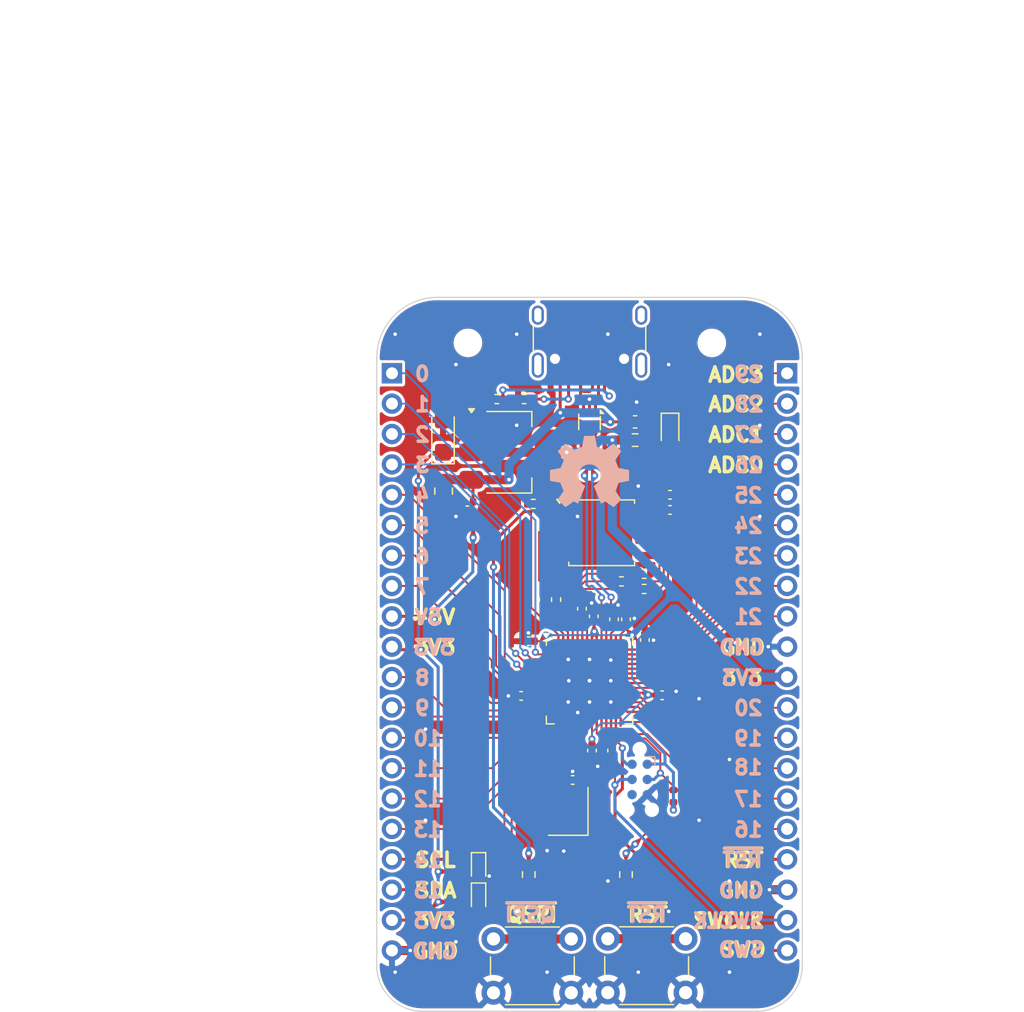
<source format=kicad_pcb>
(kicad_pcb (version 20240108) (generator "pcbnew") (generator_version "8.0")
  (title_block (title "Boku no Pico") (date "2024-11-25") (rev "1.0") (company "Embedique"))
  (layers (0 "F.Cu" signal) (1 "In1.Cu" power) (2 "In2.Cu" power) (31 "B.Cu" signal) (34 "B.Paste" user) (35 "F.Paste" user) (36 "B.SilkS" user "B.Silkscreen") (37 "F.SilkS" user "F.Silkscreen") (38 "B.Mask" user) (39 "F.Mask" user) (44 "Edge.Cuts" user))
  (net 0 "")
  (net 1 "GND")
  (net 2 "Net-(C2-Pad1)")
  (net 3 "Net-(C3-Pad1)")
  (net 4 "+1V1")
  (net 5 "+3V3")
  (net 6 "+5V")
  (net 8 "Net-(J1-D--PadA7)")
  (net 9 "Net-(J1-CC1)")
  (net 13 "Net-(J1-D+-PadA6)")
  (net 16 "Net-(J1-CC2)")
  (net 18 "SWCLK")
  (net 19 "SWD")
  (net 20 "~{RST}")
  (net 21 "GPIO4")
  (net 22 "GPIO2")
  (net 23 "GPIO6")
  (net 24 "GPIO5")
  (net 25 "GPIO3")
  (net 26 "GPIO1")
  (net 27 "GPIO0")
  (net 28 "GPIO7")
  (net 29 "GPIO29_ADC3")
  (net 30 "GPIO28_ADC2")
  (net 31 "GPIO27_ADC1")
  (net 32 "GPIO26_ADC0")
  (net 33 "GPIO19")
  (net 34 "GPIO17")
  (net 35 "GPIO20")
  (net 36 "GPIO13")
  (net 37 "GPIO16")
  (net 38 "GPIO18")
  (net 39 "GPIO12")
  (net 40 "GPIO11")
  (net 41 "GPIO10")
  (net 42 "GPIO9")
  (net 43 "GPIO8")
  (net 44 "GPIO21")
  (net 45 "GPIO24")
  (net 46 "GPIO22")
  (net 47 "GPIO23")
  (net 48 "USB_D+")
  (net 49 "/N_USB_D+")
  (net 50 "/N_USB_D-")
  (net 51 "USB_D-")
  (net 52 "Net-(U1-QSPI_SD0)")
  (net 53 "QSPI_SD0")
  (net 54 "Net-(U1-QSPI_SD1)")
  (net 55 "QSPI_SD1")
  (net 56 "Net-(U1-QSPI_SD2)")
  (net 57 "QSPI_SD2")
  (net 58 "Net-(U1-QSPI_SD3)")
  (net 59 "QSPI_SD3")
  (net 60 "Net-(U1-QSPI_SCLK)")
  (net 61 "QSPI_SCLK")
  (net 62 "QSPI_SS")
  (net 63 "Net-(R12-Pad2)")
  (net 64 "XOUT")
  (net 65 "XIN")
  (net 66 "Net-(D3-A)")
  (net 67 "Net-(R13-Pad2)")
  (net 68 "SDA")
  (net 69 "SCL")
  (net 70 "GPIO25")
  (footprint "Capacitor_SMD:C_0402_1005Metric" (layer "F.Cu") (at 139.065 100.6348)
    (property "Reference" "C13" (hide yes))
    (property "Value" "100nF" (hide yes))
  )
  (footprint "Connector_PinHeader_2.54mm:PinHeader_1x20_P2.54mm_Vertical" (layer "F.Cu") (at 161.29 73.66)
    (property "Reference" "J4" (hide yes))
    (property "Value" "Conn_01x20" (hide yes))
  )
  (footprint "Resistor_SMD:R_0402_1005Metric" (layer "F.Cu") (at 137.033 75.819 180)
    (property "Reference" "R9" (hide yes))
    (property "Value" "5k1" (hide yes))
  )
  (footprint "Capacitor_SMD:C_0603_1608Metric" (layer "F.Cu") (at 148.59 77.724)
    (property "Reference" "C14" (hide yes))
    (property "Value" "4.7uF" (hide yes))
  )
  (footprint "Capacitor_SMD:C_0402_1005Metric" (layer "F.Cu") (at 152.8084 108.9888 -90)
    (property "Reference" "C1" (hide yes))
    (property "Value" "100nF" (hide yes))
  )
  (footprint "Button_Switch_THT:SW_PUSH_6mm" (layer "F.Cu") (at 152.8052 125.44 180)
    (property "Reference" "SW2" (hide yes))
    (property "Value" "SW_Push" (hide yes))
  )
  (footprint "Resistor_SMD:R_0402_1005Metric" (layer "F.Cu") (at 147.447 91.059 180)
    (property "Reference" "R8" (hide yes))
    (property "Value" "27" (hide yes))
  )
  (footprint "Resistor_SMD:R_0402_1005Metric" (layer "F.Cu") (at 134.239 117.348 90)
    (property "Reference" "R11" (hide yes))
    (property "Value" "10k" (hide yes))
  )
  (footprint "Resistor_SMD:R_0402_1005Metric" (layer "F.Cu") (at 140.97 92.583 -90)
    (property "Reference" "R5" (hide yes))
    (property "Value" "27" (hide yes))
  )
  (footprint "Resistor_SMD:R_0402_1005Metric" (layer "F.Cu") (at 151.7904 109.0188 90)
    (property "Reference" "R1" (hide yes))
    (property "Value" "10k" (hide yes))
  )
  (footprint "Resistor_SMD:R_0603_1608Metric" (layer "F.Cu") (at 139.7 115.57 -90)
    (property "Reference" "R12" (hide yes))
    (property "Value" "1k" (hide yes))
  )
  (footprint "Diode_SMD:D_SOD-523" (layer "F.Cu") (at 135.509 114.998 -90)
    (property "Reference" "D2" (hide yes))
    (property "Value" "ESD5Z3.3C" (hide yes))
  )
  (footprint "Resistor_SMD:R_0402_1005Metric" (layer "F.Cu") (at 144.272 80.264 -90)
    (property "Reference" "R2" (hide yes))
    (property "Value" "27" (hide yes))
  )
  (footprint "Crystal:Crystal_SMD_Abracon_ABM8G-4Pin_3.2x2.5mm" (layer "F.Cu") (at 143.002 110.2868 90)
    (property "Reference" "Y1" (hide yes))
    (property "Value" "ABM8-272-T3" (hide yes))
  )
  (footprint "Resistor_SMD:R_0402_1005Metric" (layer "F.Cu") (at 141.986 92.583 -90)
    (property "Reference" "R6" (hide yes))
    (property "Value" "27" (hide yes))
  )
  (footprint "Capacitor_SMD:C_0402_1005Metric" (layer "F.Cu") (at 143.372 107.6628 180)
    (property "Reference" "C2" (hide yes))
    (property "Value" "22pF" (hide yes))
  )
  (footprint "Connector_PinHeader_2.54mm:PinHeader_1x20_P2.54mm_Vertical" (layer "F.Cu") (at 128.27 73.66)
    (property "Reference" "J3" (hide yes))
    (property "Value" "Conn_01x20" (hide yes))
  )
  (footprint "Resistor_SMD:R_0402_1005Metric" (layer "F.Cu") (at 149.352 90.424 180)
    (property "Reference" "R4" (hide yes))
    (property "Value" "27" (hide yes))
  )
  (footprint "Capacitor_SMD:C_0402_1005Metric" (layer "F.Cu") (at 150.8506 100.584 180)
    (property "Reference" "C11" (hide yes))
    (property "Value" "100nF" (hide yes))
  )
  (footprint "Resistor_SMD:R_0603_1608Metric" (layer "F.Cu") (at 147.828 115.57 -90)
    (property "Reference" "R13" (hide yes))
    (property "Value" "1k" (hide yes))
  )
  (footprint "Capacitor_SMD:C_0402_1005Metric" (layer "F.Cu") (at 151.511 85.09 180)
    (property "Reference" "C19" (hide yes))
    (property "Value" "100nF" (hide yes))
  )
  (footprint "Resistor_SMD:R_0603_1608Metric" (layer "F.Cu") (at 148.59 79.248)
    (property "Reference" "R16" (hide yes))
    (property "Value" "220R" (hide yes))
  )
  (footprint "Package_SO:SOIC-8_5.275x5.275mm_P1.27mm" (layer "F.Cu") (at 145.796 86.995)
    (property "Reference" "U4" (hide yes))
    (property "Value" "W25Q16JVSS" (hide yes))
  )
  (footprint "Button_Switch_THT:SW_PUSH_6mm" (layer "F.Cu") (at 143.2548 125.4548 180)
    (property "Reference" "SW1" (hide yes))
    (property "Value" "SW_Push" (hide yes))
  )
  (footprint "LED_SMD:LED_0603_1608Metric" (layer "F.Cu") (at 151.511 78.486 -90)
    (property "Reference" "D3" (hide yes))
    (property "Value" "Red" (hide yes))
  )
  (footprint "MountingHole:MountingHole_2.2mm_M2" (layer "F.Cu") (at 155 71.12)
    (property "Reference" "H1" (hide yes))
    (property "Value" "MountingHole" (hide yes))
  )
  (footprint "Capacitor_SMD:C_0805_2012Metric" (layer "F.Cu") (at 132.588 83.514 -90)
    (property "Reference" "C16" (hide yes))
    (property "Value" "10uF" (hide yes))
  )
  (footprint "Capacitor_SMD:C_0402_1005Metric" (layer "F.Cu") (at 147.83 94.234 -90)
    (property "Reference" "C8" (hide yes))
    (property "Value" "220nF" (hide yes))
  )
  (footprint "Resistor_SMD:R_0402_1005Metric" (layer "F.Cu") (at 145.288 80.264 -90)
    (property "Reference" "R3" (hide yes))
    (property "Value" "27" (hide yes))
  )
  (footprint "Capacitor_SMD:C_0402_1005Metric" (layer "F.Cu") (at 146.83 94.234 -90)
    (property "Reference" "C5" (hide yes))
    (property "Value" "100nF" (hide yes))
  )
  (footprint "Capacitor_SMD:C_0402_1005Metric" (layer "F.Cu") (at 145.1356 93.98 -90)
    (property "Reference" "C7" (hide yes))
    (property "Value" "220nF" (hide yes))
  )
  (footprint "Resistor_SMD:R_0402_1005Metric" (layer "F.Cu") (at 140.081 84.582)
    (property "Reference" "R15" (hide yes))
    (property "Value" "10k" (hide yes))
  )
  (footprint "Connector_USB:USB_C_Receptacle_HRO_TYPE-C-31-M-12" (layer "F.Cu") (at 144.78 69.85 180)
    (property "Reference" "J1" (hide yes))
    (property "Value" "USB_C_2.0" (hide yes))
  )
  (footprint "Capacitor_SMD:C_0402_1005Metric" (layer "F.Cu") (at 139.7 96.0628)
    (property "Reference" "C12" (hide yes))
    (property "Value" "100nF" (hide yes))
  )
  (footprint "Capacitor_SMD:C_0402_1005Metric" (layer "F.Cu") (at 145.9484 105.2068 90)
    (property "Reference" "C4" (hide yes))
    (property "Value" "100nF" (hide yes))
  )
  (footprint "Resistor_SMD:R_0402_1005Metric" (layer "F.Cu") (at 134.239 114.808 90)
    (property "Reference" "R14" (hide yes))
    (property "Value" "10k" (hide yes))
  )
  (footprint "Resistor_SMD:R_0402_1005Metric" (layer "F.Cu") (at 139.319 75.819 180)
    (property "Reference" "R10" (hide yes))
    (property "Value" "5k1" (hide yes))
  )
  (footprint "MountingHole:MountingHole_2.2mm_M2" (layer "F.Cu") (at 134.62 71.12)
    (property "Reference" "H2" (hide yes))
    (property "Value" "MountingHole" (hide yes))
  )
  (footprint "Diode_SMD:D_SOD-523" (layer "F.Cu") (at 135.509 117.538 -90)
    (property "Reference" "D1" (hide yes))
    (property "Value" "ESD5Z3.3C" (hide yes))
  )
  (footprint "Package_TO_SOT_SMD:SOT-223-3_TabPin2" (layer "F.Cu") (at 138.049 80.264)
    (property "Reference" "U3" (hide yes))
    (property "Value" "AMS1117-3.3" (hide yes))
  )
  (footprint "Capacitor_SMD:C_0402_1005Metric" (layer "F.Cu") (at 144.145 93.345 -90)
    (property "Reference" "C6" (hide yes))
    (property "Value" "100nF" (hide yes))
  )
  (footprint "Capacitor_Tantalum_SMD:CP_EIA-3216-18_Kemet-A" (layer "F.Cu") (at 132.5372 78.914 90)
    (property "Reference" "C17" (hide yes))
    (property "Value" "22uF" (hide yes))
  )
  (footprint "Capacitor_SMD:C_0402_1005Metric" (layer "F.Cu") (at 144.9832 105.2068 90)
    (property "Reference" "C9" (hide yes))
    (property "Value" "100nF" (hide yes))
  )
  (footprint "Capacitor_SMD:C_0402_1005Metric" (layer "F.Cu") (at 142.6328 112.8952)
    (property "Reference" "C3" (hide yes))
    (property "Value" "22pF" (hide yes))
  )
  (footprint "Package_TO_SOT_SMD:SOT-563" (layer "F.Cu") (at 144.78 77.724 -90)
    (property "Reference" "U2" (hide yes))
    (property "Value" "USBLC6-2P6" (hide yes))
  )
  (footprint "Capacitor_SMD:C_0402_1005Metric" (layer "F.Cu") (at 149.4028 95.9612 -90)
    (property "Reference" "C10" (hide yes))
    (property "Value" "100nF" (hide yes))
  )
  (footprint "Package_DFN_QFN:QFN-56-1EP_7x7mm_P0.4mm_EP4x4mm" (layer "F.Cu") (at 144.78 99.3648)
    (property "Reference" "U1" (hide yes))
    (property "Value" "RP2040" (hide yes))
  )
  (footprint "Resistor_SMD:R_0402_1005Metric" (layer "F.Cu") (at 149.352 91.694 180)
    (property "Reference" "R7" (hide yes))
    (property "Value" "27" (hide yes))
  )
  (footprint "Capacitor_SMD:C_0402_1005Metric" (layer "F.Cu") (at 151.511 83.82)
    (property "Reference" "C18" (hide yes))
    (property "Value" "1uF" (hide yes))
  )
  (footprint "Capacitor_SMD:C_0402_1005Metric" (layer "F.Cu") (at 134.5692 84.4042 180)
    (property "Reference" "C15" (hide yes))
    (property "Value" "100nF" (hide yes))
  )
  (footprint "Connector:Tag-Connect_TC2030-IDC-NL_2x03_P1.27mm_Vertical" (layer "B.Cu") (at 148.971 107.6198 -90)
    (property "Reference" "J2" (hide yes))
    (property "Value" "ARM_SWD_ConnTag" (hide yes))
  )
  (gr_poly (pts (xy 145.199906 78.891882) (xy 145.201783 78.892022) (xy 145.203652 78.892253) (xy 145.205509 78.892571) (xy 145.207351 78.892976) (xy 145.209176 78.893464) (xy 145.210981 78.894033) (xy 145.212763 78.894681) (xy 145.214518 78.895406) (xy 145.216246 78.896205) (xy 145.219603 78.898017) (xy 145.222812 78.900099) (xy 145.22585 78.902433) (xy 145.228696 78.904999) (xy 145.231326 78.907779) (xy 145.233717 78.910756) (xy 145.234817 78.912312) (xy 145.235849 78.91391) (xy 145.23681 78.915548) (xy 145.237698 78.917223) (xy 145.238509 78.918934) (xy 145.239241 78.920677) (xy 145.239891 78.922451) (xy 145.240457 78.924253) (xy 145.240935 78.926081) (xy 145.241322 78.927933) (xy 145.397719 79.768117) (xy 145.398588 79.771842) (xy 145.399786 79.775582) (xy 145.401291 79.779311) (xy 145.403082 79.783005) (xy 145.405138 79.78664) (xy 145.407437 79.79019) (xy 145.40996 79.793631) (xy 145.412684 79.796939) (xy 145.415588 79.800088) (xy 145.418651 79.803055) (xy 145.421853 79.805815) (xy 145.425172 79.808342) (xy 145.428587 79.810613) (xy 145.432077 79.812603) (xy 145.435621 79.814286) (xy 145.439198 79.81564) (xy 146.002191 80.046136) (xy 146.005691 80.047683) (xy 146.009401 80.048976) (xy 146.013289 80.050015) (xy 146.017322 80.050803) (xy 146.021469 80.051343) (xy 146.025696 80.051637) (xy 146.029971 80.051687) (xy 146.034263 80.051496) (xy 146.038537 80.051067) (xy 146.042763 80.050401) (xy 146.046908 80.049502) (xy 146.050939 80.048371) (xy 146.054824 80.047011) (xy 146.058531 80.045425) (xy 146.062026 80.043614) (xy 146.065279 80.041582) (xy 146.767033 79.559892) (xy 146.76861 79.558861) (xy 146.770235 79.55791) (xy 146.771903 79.55704) (xy 146.773611 79.556248) (xy 146.775356 79.555536) (xy 146.777134 79.554903) (xy 146.780774 79.553873) (xy 146.784502 79.553154) (xy 146.788289 79.552745) (xy 146.792108 79.552642) (xy 146.795927 79.552844) (xy 146.79972 79.553348) (xy 146.803457 79.554151) (xy 146.807109 79.55525) (xy 146.810647 79.556644) (xy 146.814042 79.558329) (xy 146.815677 79.55928) (xy 146.817266 79.560303) (xy 146.818805 79.561398) (xy 146.820289 79.562564) (xy 146.821717 79.5638) (xy 146.823084 79.565108) (xy 147.414143 80.15625) (xy 147.415443 80.157624) (xy 147.416672 80.159059) (xy 147.417831 80.160551) (xy 147.418918 80.162095) (xy 147.419934 80.16369) (xy 147.420878 80.16533) (xy 147.42175 80.167013) (xy 147.422549 80.168735) (xy 147.423277 80.170492) (xy 147.423931 80.172281) (xy 147.425021 80.17594) (xy 147.425816 80.179682) (xy 147.426314 80.183479) (xy 147.426513 80.187302) (xy 147.426412 80.191123) (xy 147.426007 80.194912) (xy 147.425297 80.198641) (xy 147.424827 80.200475) (xy 147.42428 80.202282) (xy 147.423655 80.20406) (xy 147.422952 80.205805) (xy 147.422172 80.207514) (xy 147.421313 80.209182) (xy 147.420376 80.210807) (xy 147.41936 80.212384) (xy 146.946197 80.902298) (xy 146.944154 80.905562) (xy 146.942341 80.909063) (xy 146.940762 80.912768) (xy 146.939417 80.916646) (xy 146.938308 80.920665) (xy 146.937437 80.924793) (xy 146.936806 80.929) (xy 146.936417 80.933252) (xy 146.936271 80.937519) (xy 146.936371 80.941769) (xy 146.936718 80.945971) (xy 146.937314 80.950092) (xy 146.93816 80.9541) (xy 146.93926 80.957966) (xy 146.940613 80.961655) (xy 146.942223 80.965138) (xy 147.191182 81.546014) (xy 147.191854 81.547798) (xy 147.19261 81.549576) (xy 147.194363 81.553107) (xy 147.196416 81.556586) (xy 147.198744 81.55999) (xy 147.201325 81.5633) (xy 147.204131 81.566494) (xy 147.207141 81.569549) (xy 147.210328 81.572446) (xy 147.213668 81.575162) (xy 147.217137 81.577676) (xy 147.22071 81.579967) (xy 147.224364 81.582013) (xy 147.228072 81.583794) (xy 147.231811 81.585287) (xy 147.233685 81.58592) (xy 147.235557 81.586472) (xy 147.237425 81.586943) (xy 147.239284 81.587327) (xy 148.051401 81.738425) (xy 148.051318 81.738342) (xy 148.053162 81.738737) (xy 148.054983 81.739221) (xy 148.056779 81.739792) (xy 148.058547 81.740447) (xy 148.060284 81.741184) (xy 148.061989 81.741999) (xy 148.063659 81.742889) (xy 148.065292 81.743853) (xy 148.066885 81.744887) (xy 148.068437 81.745989) (xy 148.069944 81.747155) (xy 148.071405 81.748384) (xy 148.072816 81.749672) (xy 148.074177 81.751017) (xy 148.075484 81.752416) (xy 148.076735 81.753866) (xy 148.077928 81.755364) (xy 148.079061 81.756909) (xy 148.08013 81.758496) (xy 148.081135 81.760124) (xy 148.082071 81.761789) (xy 148.082938 81.763489) (xy 148.083733 81.765221) (xy 148.084453 81.766983) (xy 148.085096 81.768772) (xy 148.08566 81.770584) (xy 148.086143 81.772418) (xy 148.086541 81.77427) (xy 148.086854 81.776138) (xy 148.087078 81.778018) (xy 148.08721 81.77991) (xy 148.08725 81.781808) (xy 148.087168 82.617852) (xy 148.087121 82.619737) (xy 148.086981 82.621616) (xy 148.08675 82.623487) (xy 148.086432 82.625347) (xy 148.086027 82.627193) (xy 148.08554 82.629022) (xy 148.084971 82.630831) (xy 148.084323 82.632618) (xy 148.0828 82.636112) (xy 148.08099 82.639482) (xy 148.07891 82.642703) (xy 148.07658 82.645754) (xy 148.074019 82.64861) (xy 148.071244 82.651249) (xy 148.068274 82.653648) (xy 148.066722 82.654751) (xy 148.065128 82.655784) (xy 148.063494 82.656747) (xy 148.061824 82.657634) (xy 148.060119 82.658445) (xy 148.058381 82.659175) (xy 148.056614 82.659822) (xy 148.054818 82.660383) (xy 148.052997 82.660855) (xy 148.051153 82.661236) (xy 147.258989 82.80869) (xy 147.257123 82.809076) (xy 147.255254 82.809547) (xy 147.251515 82.810738) (xy 147.247795 82.81224) (xy 147.24412 82.814033) (xy 147.240511 82.816094) (xy 147.236993 82.818403) (xy 147.233589 82.820937) (xy 147.230322 82.823676) (xy 147.227216 82.826596) (xy 147.224295 82.829678) (xy 147.221582 82.832898) (xy 147.219101 82.836237) (xy 147.216875 82.839671) (xy 147.214927 82.84318) (xy 147.213282 82.846742) (xy 147.211963 82.850335) (xy 146.96466 83.468302) (xy 146.963142 83.471816) (xy 146.961875 83.475536) (xy 146.960857 83.479431) (xy 146.960087 83.483469) (xy 146.959562 83.487617) (xy 146.95928 83.491844) (xy 146.959238 83.496117) (xy 146.959434 83.500405) (xy 146.959866 83.504675) (xy 146.960531 83.508896) (xy 146.961428 83.513036) (xy 146.962553 83.517062) (xy 146.963905 83.520942) (xy 146.965481 83.524645) (xy 146.967279 83.528139) (xy 146.969297 83.53139) (xy 147.419276 84.187194) (xy 147.420307 84.188779) (xy 147.421258 84.19041) (xy 147.422129 84.192085) (xy 147.42292 84.1938) (xy 147.423632 84.195551) (xy 147.424265 84.197334) (xy 147.425296 84.200984) (xy 147.426014 84.204722) (xy 147.426424 84.208518) (xy 147.426526 84.212344) (xy 147.426324 84.216172) (xy 147.42582 84.219972) (xy 147.425018 84.223717) (xy 147.423918 84.227377) (xy 147.422525 84.230924) (xy 147.42084 84.23433) (xy 147.419888 84.23597) (xy 147.418865 84.237565) (xy 147.417771 84.23911) (xy 147.416605 84.240601) (xy 147.415368 84.242036) (xy 147.41406 84.24341) (xy 146.822918 84.834553) (xy 146.821559 84.835845) (xy 146.820138 84.837068) (xy 146.81866 84.838221) (xy 146.817127 84.839304) (xy 146.815544 84.840315) (xy 146.813914 84.841256) (xy 146.812241 84.842126) (xy 146.810527 84.842924) (xy 146.808778 84.84365) (xy 146.806996 84.844304) (xy 146.803349 84.845394) (xy 146.799616 84.846191) (xy 146.795824 84.846692) (xy 146.792003 84.846896) (xy 146.788182 84.846799) (xy 146.78439 84.8464) (xy 146.780655 84.845695) (xy 146.778818 84.845227) (xy 146.777006 84.844682) (xy 146.775223 84.844059) (xy 146.773473 84.843358) (xy 146.771758 84.842579) (xy 146.770083 84.841721) (xy 146.768452 84.840785) (xy 146.766867 84.839769) (xy 146.122737 84.397571) (xy 146.119506 84.395553) (xy 146.116043 84.393784) (xy 146.112379 84.392265) (xy 146.108546 84.390996) (xy 146.104577 84.389977) (xy 146.100503 84.38921) (xy 146.096355 84.388695) (xy 146.092166 84.388433) (xy 146.087967 84.388424) (xy 146.083791 84.388669) (xy 146.079668 84.389168) (xy 146.075631 84.389922) (xy 146.071711 84.390932) (xy 146.06794 84.392198) (xy 146.064351 84.393721) (xy 146.060974 84.395501) (xy 145.776911 84.547179) (xy 145.775211 84.547984) (xy 145.773497 84.548692) (xy 145.771771 84.549304) (xy 145.770038 84.549821) (xy 145.7683 84.550244) (xy 145.766559 84.550575) (xy 145.764819 84.550814) (xy 145.763083 84.550962) (xy 145.761354 84.551021) (xy 145.759634 84.550991) (xy 145.757926 84.550874) (xy 145.756235 84.55067) (xy 145.754561 84.55038) (xy 145.75291 84.550007) (xy 145.751282 84.549549) (xy 145.749682 84.54901) (xy 145.748113 84.548389) (xy 145.746576 84.547689) (xy 145.745076 84.546908) (xy 145.743615 84.54605) (xy 145.742196 84.545115) (xy 145.740822 84.544104) (xy 145.739497 84.543018) (xy 145.738222 84.541857) (xy 145.737001 84.540624) (xy 145.735837 84.539319) (xy 145.734733 84.537944) (xy 145.733692 84.536498) (xy 145.732717 84.534984) (xy 145.73181 84.533402) (xy 145.730976 84.531754) (xy 145.730216 84.53004) (xy 145.144537 83.114363) (xy 145.143861 83.112602) (xy 145.143274 83.110814) (xy 145.142775 83.109003) (xy 145.142364 83.107172) (xy 145.142039 83.105325) (xy 145.141799 83.103464) (xy 145.14157 83.099716) (xy 145.141668 83.095956) (xy 145.142084 83.092209) (xy 145.142809 83.088504) (xy 145.143834 83.084868) (xy 145.14515 83.081326) (xy 145.146748 83.077906) (xy 145.148619 83.074635) (xy 145.150755 83.07154) (xy 145.153145 83.068648) (xy 145.154433 83.067287) (xy 145.155782 83.065986) (xy 145.15719 83.064749) (xy 145.158656 83.06358) (xy 145.160179 83.062482) (xy 145.161758 83.061458) (xy 145.232877 83.017909) (xy 145.237991 83.014639) (xy 145.243452 83.010909) (xy 145.249157 83.0068) (xy 145.255004 83.002395) (xy 145.26089 82.997777) (xy 145.266711 82.993028) (xy 145.272366 82.98823) (xy 145.277751 82.983467) (xy 145.324811 82.951246) (xy 145.369725 82.916264) (xy 145.412369 82.878641) (xy 145.45262 82.8385) (xy 145.490358 82.795962) (xy 145.525457 82.751148) (xy 145.557796 82.704181) (xy 145.587252 82.655182) (xy 145.613703 82.604272) (xy 145.625762 82.578139) (xy 145.637024 82.551574) (xy 145.647474 82.524592) (xy 145.657095 82.497209) (xy 145.665873 82.469439) (xy 145.673792 82.441298) (xy 145.680836 82.412801) (xy 145.686992 82.383963) (xy 145.692242 82.3548) (xy 145.696572 82.325326) (xy 145.699967 82.295557) (xy 145.70241 82.265509) (xy 145.703888 82.235195) (xy 145.704384 82.204632) (xy 145.703181 82.15705) (xy 145.699611 82.110093) (xy 145.693732 82.063819) (xy 145.685603 82.018285) (xy 145.67528 81.97355) (xy 145.662823 81.929673) (xy 145.64829 81.88671) (xy 145.631738 81.844721) (xy 145.613226 81.803763) (xy 145.592811 81.763895) (xy 145.570552 81.725174) (xy 145.546508 81.687659) (xy 145.520735 81.651407) (xy 145.493292 81.616478) (xy 145.464238 81.582928) (xy 145.43363 81.550816) (xy 145.401526 81.520201) (xy 145.367985 81.491139) (xy 145.333064 81.46369) (xy 145.296822 81.437911) (xy 145.259317 81.413861) (xy 145.220607 81.391597) (xy 145.180749 81.371178) (xy 145.139803 81.352661) (xy 145.097825 81.336106) (xy 145.054875 81.321569) (xy 145.011011 81.30911) (xy 144.966289 81.298785) (xy 144.920769 81.290654) (xy 144.874509 81.284774) (xy 144.827567 81.281203) (xy 144.78 81.28) (xy 144.732433 81.281203) (xy 144.68549 81.284774) (xy 144.63923 81.290654) (xy 144.59371 81.298785) (xy 144.548989 81.30911) (xy 144.505124 81.321569) (xy 144.462174 81.336106) (xy 144.420197 81.352661) (xy 144.37925 81.371178) (xy 144.339393 81.391597) (xy 144.300683 81.413861) (xy 144.263177 81.437911) (xy 144.226935 81.46369) (xy 144.192015 81.491139) (xy 144.158473 81.520201) (xy 144.12637 81.550816) (xy 144.095761 81.582928) (xy 144.066707 81.616478) (xy 144.039264 81.651407) (xy 144.013492 81.687659) (xy 143.989447 81.725174) (xy 143.967188 81.763895) (xy 143.946774 81.803763) (xy 143.928261 81.844721) (xy 143.911709 81.88671) (xy 143.897176 81.929673) (xy 143.884719 81.97355) (xy 143.874397 82.018285) (xy 143.866267 82.063819) (xy 143.860388 82.110093) (xy 143.856818 82.15705) (xy 143.855616 82.204632) (xy 143.857589 82.265509) (xy 143.863427 82.325326) (xy 143.873008 82.383963) (xy 143.886208 82.441298) (xy 143.902904 82.497209) (xy 143.922975 82.551574) (xy 143.946297 82.604272) (xy 143.972747 82.655182) (xy 144.002203 82.704181) (xy 144.034542 82.751148) (xy 144.069642 82.795962) (xy 144.107379 82.8385) (xy 144.147631 82.878641) (xy 144.190275 82.916264) (xy 144.235188 82.951246) (xy 144.282248 82.983467) (xy 144.287657 82.988254) (xy 144.293324 82.993063) (xy 144.29915 82.997813) (xy 144.305037 83.002426) (xy 144.310884 83.006822) (xy 144.316594 83.01092) (xy 144.322067 83.014642) (xy 144.327205 83.017909) (xy 144.398324 83.061458) (xy 144.39991 83.062482) (xy 144.40144 83.06358) (xy 144.402911 83.064749) (xy 144.404324 83.065986) (xy 144.405676 83.067287) (xy 144.406968 83.068648) (xy 144.408197 83.070067) (xy 144.409362 83.07154) (xy 144.410464 83.073064) (xy 144.4115 83.074635) (xy 144.412469 83.07625) (xy 144.413371 83.077906) (xy 144.414204 83.079599) (xy 144.414967 83.081326) (xy 144.415659 83.083083) (xy 144.41628 83.084867) (xy 144.416827 83.086676) (xy 144.4173 83.088504) (xy 144.417698 83.09035) (xy 144.41802 83.092209) (xy 144.418265 83.094079) (xy 144.418431 83.095955) (xy 144.418518 83.097836) (xy 144.418524 83.099716) (xy 144.418449 83.101593) (xy 144.418291 83.103464) (xy 144.418049 83.105325) (xy 144.417722 83.107172) (xy 144.417309 83.109003) (xy 144.41681 83.110814) (xy 144.416222 83.112602) (xy 144.415545 83.114363) (xy 143.829784 84.529957) (xy 143.829024 84.531672) (xy 143.828188 84.533322) (xy 143.827281 84.534906) (xy 143.826304 84.536422) (xy 143.825261 84.537871) (xy 143.824155 84.539251) (xy 143.822989 84.54056) (xy 143.821766 84.541798) (xy 143.820489 84.542963) (xy 143.819161 84.544054) (xy 143.817784 84.545071) (xy 143.816363 84.546011) (xy 143.814899 84.546874) (xy 143.813397 84.547659) (xy 143.811858 84.548364) (xy 143.810286 84.548989) (xy 143.808684 84.549532) (xy 143.807056 84.549992) (xy 143.805403 84.550368) (xy 143.803728 84.550659) (xy 143.802036 84.550864) (xy 143.800329 84.550981) (xy 143.79861 84.55101) (xy 143.796882 84.550949) (xy 143.795147 84.550797) (xy 143.79341 84.550553) (xy 143.791672 84.550217) (xy 143.789938 84.549785) (xy 143.788209 84.549259) (xy 143.786489 84.548636) (xy 143.784781 84.547915) (xy 143.783089 84.547096) (xy 143.499026 84.395419) (xy 143.495664 84.393653) (xy 143.492087 84.392143) (xy 143.488327 84.390888) (xy 143.484416 84.389887) (xy 143.480385 84.389141) (xy 143.476267 84.388649) (xy 143.472093 84.388409) (xy 143.467896 84.388423) (xy 143.463706 84.388688) (xy 143.459555 84.389206) (xy 143.455476 84.389975) (xy 143.4515 84.390994) (xy 143.447659 84.392264) (xy 143.443984 84.393784) (xy 143.440508 84.395553) (xy 143.437262 84.397571) (xy 142.793133 84.839769) (xy 142.791548 84.840792) (xy 142.789916 84.841736) (xy 142.788241 84.8426) (xy 142.786527 84.843385) (xy 142.784776 84.844092) (xy 142.782993 84.84472) (xy 142.779344 84.845741) (xy 142.775607 84.846453) (xy 142.771813 84.846858) (xy 142.76799 84.846957) (xy 142.764165 84.846754) (xy 142.760369 84.846252) (xy 142.75663 84.845452) (xy 142.752976 84.844357) (xy 142.749437 84.842971) (xy 142.746041 84.841294) (xy 142.744406 84.840348) (xy 142.742817 84.839331) (xy 142.741278 84.838242) (xy 142.739793 84.837083) (xy 142.738366 84.835853) (xy 142.736999 84.834553) (xy 142.145857 84.24341) (xy 142.144557 84.242036) (xy 142.143327 84.240601) (xy 142.142167 84.23911) (xy 142.141079 84.237565) (xy 142.140061 84.23597) (xy 142.139115 84.23433) (xy 142.138241 84.232646) (xy 142.137439 84.230924) (xy 142.136709 84.229166) (xy 142.136052 84.227377) (xy 142.134958 84.223717) (xy 142.134158 84.219972) (xy 142.133655 84.216171) (xy 142.133452 84.212344) (xy 142.133552 84.208517) (xy 142.133956 84.204721) (xy 142.134273 84.202844) (xy 142.134668 84.200984) (xy 142.13514 84.199146) (xy 142.13569 84.197334) (xy 142.136318 84.195551) (xy 142.137024 84.1938) (xy 142.137809 84.192085) (xy 142.138674 84.19041) (xy 142.139617 84.188779) (xy 142.140641 84.187194) (xy 142.590621 83.531307) (xy 142.592653 83.528069) (xy 142.594464 83.524586) (xy 142.596051 83.52089) (xy 142.597411 83.517014) (xy 142.598543 83.51299) (xy 142.599445 83.50885) (xy 142.600113 83.504627) (xy 142.600546 83.500353) (xy 142.600741 83.496061) (xy 142.600696 83.491783) (xy 142.600409 83.487551) (xy 142.599877 83.483398) (xy 142.599098 83.479355) (xy 142.59807 83.475457) (xy 142.596791 83.471734) (xy 142.595257 83.468219) (xy 142.347954 82.850252) (xy 142.347344 82.848453) (xy 142.346648 82.846658) (xy 142.345869 82.844871) (xy 142.34501 82.843094) (xy 142.343066 82.839581) (xy 142.340839 82.836142) (xy 142.338355 82.832799) (xy 142.335636 82.829573) (xy 142.332708 82.826487) (xy 142.329595 82.823562) (xy 142.326321 82.82082) (xy 142.32291 82.818284) (xy 142.319386 82.815975) (xy 142.315774 82.813915) (xy 142.312098 82.812127) (xy 142.308382 82.810631) (xy 142.306517 82.81) (xy 142.304651 82.809451) (xy 142.302787 82.808986) (xy 142.300928 82.808607) (xy 141.508764 82.661153) (xy 141.50692 82.660765) (xy 141.505099 82.660287) (xy 141.503303 82.659722) (xy 141.501536 82.659071) (xy 141.499798 82.658339) (xy 141.498093 82.657528) (xy 141.496422 82.65664) (xy 141.494789 82.655678) (xy 141.493195 82.654646) (xy 141.491643 82.653546) (xy 141.490135 82.65238) (xy 141.488673 82.651152) (xy 141.48726 82.649864) (xy 141.485898 82.648519) (xy 141.48459 82.647121) (xy 141.483337 82.645671) (xy 141.482142 82.644172) (xy 141.481007 82.642628) (xy 141.479935 82.641041) (xy 141.478927 82.639413) (xy 141.477987 82.637749) (xy 141.477117 82.636049) (xy 141.476318 82.634318) (xy 141.475594 82.632558) (xy 141.474946 82.630772) (xy 141.474377 82.628963) (xy 141.47389 82.627132) (xy 141.473485 82.625284) (xy 141.473167 82.623421) (xy 141.472936 82.621546) (xy 141.472797 82.619661) (xy 141.472749 82.617769) (xy 141.472749 81.781725) (xy 141.472796 81.779841) (xy 141.472936 81.777964) (xy 141.473165 81.776095) (xy 141.473482 81.774238) (xy 141.473885 81.772395) (xy 141.47437 81.77057) (xy 141.474937 81.768765) (xy 141.475583 81.766983) (xy 141.476304 81.765227) (xy 141.4771 81.763499) (xy 141.478906 81.76014) (xy 141.48098 81.756928) (xy 141.483306 81.753886) (xy 141.485864 81.751037) (xy 141.488637 81.748401) (xy 141.491606 81.746003) (xy 141.493159 81.744899) (xy 141.494754 81.743863) (xy 141.496389 81.742898) (xy 141.498062 81.742005) (xy 141.49977 81.741188) (xy 141.501512 81.740451) (xy 141.503284 81.739794) (xy 141.505085 81.739222) (xy 141.506913 81.738737) (xy 141.508764 81.738342) (xy 142.320881 81.587245) (xy 142.324622 81.586376) (xy 142.328378 81.585181) (xy 142.332124 81.58368) (xy 142.335836 81.581895) (xy 142.339489 81.579847) (xy 142.343061 81.577556) (xy 142.346525 81.575044) (xy 142.349859 81.572332) (xy 142.353037 81.569439) (xy 142.356036 81.566389) (xy 142.358831 81.563201) (xy 142.361398 81.559896) (xy 142.363713 81.556496) (xy 142.365751 81.553021) (xy 142.367489 81.549492) (xy 142.368901 81.545931) (xy 142.61786 80.965055) (xy 142.619469 80.961573) (xy 142.62082 80.957883) (xy 142.621916 80.954018) (xy 142.622759 80.950009) (xy 142.623351 80.945888) (xy 142.623694 80.941687) (xy 142.623791 80.937437) (xy 142.623645 80.93317) (xy 142.623257 80.928917) (xy 142.622629 80.924711) (xy 142.621765 80.920582) (xy 142.620666 80.916563) (xy 142.619334 80.912685) (xy 142.617773 80.90898) (xy 142.615983 80.90548) (xy 142.613968 80.902215) (xy 142.140723 80.212384) (xy 142.139693 80.210807) (xy 142.138743 80.209182) (xy 142.137873 80.207514) (xy 142.137083 80.205805) (xy 142.136373 80.20406) (xy 142.135742 80.202282) (xy 142.134716 80.198641) (xy 142.134002 80.194912) (xy 142.133598 80.191123) (xy 142.133501 80.187302) (xy 142.133707 80.183479) (xy 142.134214 80.179682) (xy 142.135019 80.17594) (xy 142.136118 80.172281) (xy 142.13751 80.168735) (xy 142.139191 80.16533) (xy 142.140139 80.16369) (xy 142.141158 80.162095) (xy 142.142248 80.160551) (xy 142.143409 80.159059) (xy 142.144639 80.157624) (xy 142.145939 80.15625) (xy 142.736999 79.565108) (xy 142.738366 79.563808) (xy 142.739793 79.562578) (xy 142.741278 79.561419) (xy 142.742817 79.56033) (xy 142.744406 79.559313) (xy 142.746041 79.558367) (xy 142.74772 79.557492) (xy 142.749437 79.55669) (xy 142.751191 79.55596) (xy 142.752976 79.555303) (xy 142.75663 79.554209) (xy 142.760369 79.553409) (xy 142.764165 79.552906) (xy 142.76799 79.552703) (xy 142.771813 79.552803) (xy 142.775607 79.553207) (xy 142.777485 79.553525) (xy 142.779344 79.553919) (xy 142.781181 79.554391) (xy 142.782993 79.554941) (xy 142.784776 79.555569) (xy 142.786527 79.556275) (xy 142.788241 79.557061) (xy 142.789916 79.557925) (xy 142.791548 79.558869) (xy 142.793133 79.559892) (xy 143.494886 80.041582) (xy 143.498124 80.043613) (xy 143.501608 80.045421) (xy 143.505303 80.047004) (xy 143.50918 80.048359) (xy 143.513204 80.049485) (xy 143.517344 80.050379) (xy 143.521567 80.05104) (xy 143.525841 80.051465) (xy 143.530133 80.051653) (xy 143.534411 80.0516) (xy 143.538643 80.051306) (xy 143.542796 80.050768) (xy 143.546838 80.049984) (xy 143.550737 80.048952) (xy 143.55446 80.04767) (xy 143.557974 80.046135) (xy 144.12105 79.81564) (xy 144.122841 79.815006) (xy 144.124626 79.814286) (xy 144.126404 79.813484) (xy 144.12817 79.812603) (xy 144.13166 79.810613) (xy 144.135075 79.808342) (xy 144.138395 79.805815) (xy 144.141596 79.803055) (xy 144.14466 79.800088) (xy 144.147564 79.796939) (xy 144.150288 79.793631) (xy 144.15281 79.79019) (xy 144.15511 79.786639) (xy 144.157166 79.783005) (xy 144.158957 79.779311) (xy 144.160462 79.775582) (xy 144.16166 79.771842) (xy 144.162137 79.769976) (xy 144.162529 79.768116) (xy 144.318843 78.92785) (xy 144.31923 78.926006) (xy 144.319708 78.924185) (xy 144.320274 78.922389) (xy 144.320924 78.920621) (xy 144.321656 78.918884) (xy 144.322467 78.917179) (xy 144.323355 78.915508) (xy 144.324316 78.913875) (xy 144.325348 78.912281) (xy 144.326447 78.910729) (xy 144.327612 78.909221) (xy 144.328839 78.907759) (xy 144.330126 78.906346) (xy 144.331469 78.904984) (xy 144.332866 78.903675) (xy 144.334314 78.902422) (xy 144.335811 78.901227) (xy 144.337353 78.900092) (xy 144.338937 78.89902) (xy 144.340562 78.898013) (xy 144.342223 78.897073) (xy 144.343919 78.896203) (xy 144.345646 78.895404) (xy 144.347402 78.89468) (xy 144.349184 78.894032) (xy 144.350989 78.893463) (xy 144.352813 78.892975) (xy 144.354656 78.892571) (xy 144.356513 78.892253) (xy 144.358382 78.892022) (xy 144.360259 78.891882) (xy 144.362143 78.891835) (xy 145.198022 78.891835)) (stroke (width -0.000001)) (fill solid) (layer "B.SilkS"))
  (gr_line (start 130.81 127) (end 158.75 127) (stroke (width 0.1)) (layer "Edge.Cuts"))
  (gr_arc (start 127 72.39) (mid 128.487898 68.797898) (end 132.08 67.31) (stroke (width 0.1)) (layer "Edge.Cuts"))
  (gr_line (start 162.56 123.19) (end 162.56 72.39) (stroke (width 0.1)) (layer "Edge.Cuts"))
  (gr_arc (start 157.48 67.31) (mid 161.072102 68.797898) (end 162.56 72.39) (stroke (width 0.1)) (layer "Edge.Cuts"))
  (gr_arc (start 130.81 127) (mid 128.115923 125.884077) (end 127 123.19) (stroke (width 0.1)) (layer "Edge.Cuts"))
  (gr_arc (start 162.56 123.19) (mid 161.444077 125.884077) (end 158.75 127) (stroke (width 0.1)) (layer "Edge.Cuts"))
  (gr_line (start 127 72.39) (end 127 123.19) (stroke (width 0.1)) (layer "Edge.Cuts"))
  (gr_line (start 157.48 67.31) (end 132.08 67.31) (stroke (width 0.1)) (layer "Edge.Cuts"))
  (gr_text "4" (at 131.572 84.582 0) (layer "B.SilkS") (effects (font (size 1.2 1.2) (thickness 0.3) (bold yes)) (justify left bottom mirror)))
  (gr_text "12" (at 132.588 109.982 0) (layer "B.SilkS") (effects (font (size 1.2 1.2) (thickness 0.3) (bold yes)) (justify left bottom mirror)))
  (gr_text "2" (at 131.572 79.502 0) (layer "B.SilkS") (effects (font (size 1.2 1.2) (thickness 0.3) (bold yes)) (justify left bottom mirror)))
  (gr_text "17" (at 159.385 109.982 0) (layer "B.SilkS") (effects (font (size 1.2 1.2) (thickness 0.3) (bold yes)) (justify left bottom mirror)))
  (gr_text "13" (at 132.588 112.522 0) (layer "B.SilkS") (effects (font (size 1.2 1.2) (thickness 0.3) (bold yes)) (justify left bottom mirror)))
  (gr_text "5" (at 131.572 87.122 0) (layer "B.SilkS") (effects (font (size 1.2 1.2) (thickness 0.3) (bold yes)) (justify left bottom mirror)))
  (gr_text "14" (at 132.588 115.062 0) (layer "B.SilkS") (effects (font (size 1.2 1.2) (thickness 0.3) (bold yes)) (justify left bottom mirror)))
  (gr_text "GND" (at 133.858 122.682 0) (layer "B.SilkS") (effects (font (size 1.2 1.2) (thickness 0.3) (bold yes)) (justify left bottom mirror)))
  (gr_text "19" (at 159.385 104.902 0) (layer "B.SilkS") (effects (font (size 1.2 1.2) (thickness 0.3) (bold yes)) (justify left bottom mirror)))
  (gr_text "3V3" (at 133.604 120.142 0) (layer "B.SilkS") (effects (font (size 1.2 1.2) (thickness 0.3) (bold yes)) (justify left bottom mirror)))
  (gr_text "GND" (at 159.512 97.282 0) (layer "B.SilkS") (effects (font (size 1.2 1.2) (thickness 0.3) (bold yes)) (justify left bottom mirror)))
  (gr_text "10" (at 132.588 104.902 0) (layer "B.SilkS") (effects (font (size 1.2 1.2) (thickness 0.3) (bold yes)) (justify left bottom mirror)))
  (gr_text "27" (at 159.385 79.502 0) (layer "B.SilkS") (effects (font (size 1.2 1.2) (thickness 0.3) (bold yes)) (justify left bottom mirror)))
  (gr_text "28" (at 159.385 76.962 0) (layer "B.SilkS") (effects (font (size 1.2 1.2) (thickness 0.3) (bold yes)) (justify left bottom mirror)))
  (gr_text "26" (at 159.385 82.042 0) (layer "B.SilkS") (effects (font (size 1.2 1.2) (thickness 0.3) (bold yes)) (justify left bottom mirror)))
  (gr_text "~{RST}" (at 159.385 115.062 0) (layer "B.SilkS") (effects (font (size 1.2 1.2) (thickness 0.3) (bold yes)) (justify left bottom mirror)))
  (gr_text "16" (at 159.385 112.522 0) (layer "B.SilkS") (effects (font (size 1.2 1.2) (thickness 0.3) (bold yes)) (justify left bottom mirror)))
  (gr_text "3V3" (at 133.604 97.282 0) (layer "B.SilkS") (effects (font (size 1.2 1.2) (thickness 0.3) (bold yes)) (justify left bottom mirror)))
  (gr_text "6" (at 131.572 89.662 0) (layer "B.SilkS") (effects (font (size 1.2 1.2) (thickness 0.3) (bold yes)) (justify left bottom mirror)))
  (gr_text "18" (at 159.385 107.315 0) (layer "B.SilkS") (effects (font (size 1.2 1.2) (thickness 0.3) (bold yes)) (justify left bottom mirror)))
  (gr_text "15" (at 132.588 117.602 0) (layer "B.SilkS") (effects (font (size 1.2 1.2) (thickness 0.3) (bold yes)) (justify left bottom mirror)))
  (gr_text "21" (at 159.385 94.742 0) (layer "B.SilkS") (effects (font (size 1.2 1.2) (thickness 0.3) (bold yes)) (justify left bottom mirror)))
  (gr_text "20" (at 159.385 102.362 0) (layer "B.SilkS") (effects (font (size 1.2 1.2) (thickness 0.3) (bold yes)) (justify left bottom mirror)))
  (gr_text "24" (at 159.385 87.122 0) (layer "B.SilkS") (effects (font (size 1.2 1.2) (thickness 0.3) (bold yes)) (justify left bottom mirror)))
  (gr_text "8" (at 131.572 99.822 0) (layer "B.SilkS") (effects (font (size 1.2 1.2) (thickness 0.3) (bold yes)) (justify left bottom mirror)))
  (gr_text "9" (at 131.572 102.362 0) (layer "B.SilkS") (effects (font (size 1.2 1.2) (thickness 0.3) (bold yes)) (justify left bottom mirror)))
  (gr_text "GND" (at 159.4612 117.602 0) (layer "B.SilkS") (effects (font (size 1.2 1.2) (thickness 0.3) (bold yes)) (justify left bottom mirror)))
  (gr_text "SWD" (at 159.512 122.555 0) (layer "B.SilkS") (effects (font (size 1.2 1.2) (thickness 0.3) (bold yes)) (justify left bottom mirror)))
  (gr_text "7" (at 131.572 92.202 0) (layer "B.SilkS") (effects (font (size 1.2 1.2) (thickness 0.3) (bold yes)) (justify left bottom mirror)))
  (gr_text "0" (at 131.572 74.422 0) (layer "B.SilkS") (effects (font (size 1.2 1.2) (thickness 0.3) (bold yes)) (justify left bottom mirror)))
  (gr_text "~{RST}" (at 151.384 119.634 0) (layer "B.SilkS") (effects (font (size 1.2 1.2) (thickness 0.3) (bold yes)) (justify left bottom mirror)))
  (gr_text "SWCLK" (at 159.512 120.142 0) (layer "B.SilkS") (effects (font (size 1.2 1.2) (thickness 0.3) (bold yes)) (justify left bottom mirror)))
  (gr_text "3V3" (at 159.385 99.822 0) (layer "B.SilkS") (effects (font (size 1.2 1.2) (thickness 0.3) (bold yes)) (justify left bottom mirror)))
  (gr_text "3" (at 131.572 82.042 0) (layer "B.SilkS") (effects (font (size 1.2 1.2) (thickness 0.3) (bold yes)) (justify left bottom mirror)))
  (gr_text "11" (at 132.588 107.442 0) (layer "B.SilkS") (effects (font (size 1.2 1.2) (thickness 0.3) (bold yes)) (justify left bottom mirror)))
  (gr_text "29" (at 159.385 74.422 0) (layer "B.SilkS") (effects (font (size 1.2 1.2) (thickness 0.3) (bold yes)) (justify left bottom mirror)))
  (gr_text "1" (at 131.572 76.962 0) (layer "B.SilkS") (effects (font (size 1.2 1.2) (thickness 0.3) (bold yes)) (justify left bottom mirror)))
  (gr_text "~{QSPI}" (at 142.113 119.634 0) (layer "B.SilkS") (effects (font (size 1.2 1.2) (thickness 0.3) (bold yes)) (justify left bottom mirror)))
  (gr_text "5V" (at 132.588 94.742 0) (layer "B.SilkS") (effects (font (size 1.2 1.2) (thickness 0.3) (bold yes)) (justify left bottom mirror)))
  (gr_text "23" (at 159.385 89.662 0) (layer "B.SilkS") (effects (font (size 1.2 1.2) (thickness 0.3) (bold yes)) (justify left bottom mirror)))
  (gr_text "25" (at 159.385 84.582 0) (layer "B.SilkS") (effects (font (size 1.2 1.2) (thickness 0.3) (bold yes)) (justify left bottom mirror)))
  (gr_text "22" (at 159.385 92.202 0) (layer "B.SilkS") (effects (font (size 1.2 1.2) (thickness 0.3) (bold yes)) (justify left bottom mirror)))
  (gr_text "3V3" (at 130.048 120.142 0) (layer "F.SilkS") (effects (font (size 1.2 1.2) (thickness 0.3) (bold yes)) (justify left bottom)))
  (gr_text "SWD" (at 155.575 122.555 0) (layer "F.SilkS") (effects (font (size 1.2 1.2) (thickness 0.3) (bold yes)) (justify left bottom)))
  (gr_text "+5V" (at 129.667 94.742 0) (layer "F.SilkS") (effects (font (size 1.2 1.2) (thickness 0.3) (bold yes)) (justify left bottom)))
  (gr_text "ADC0" (at 159.512 82.042 0) (layer "F.SilkS") (effects (font (size 1.2 1.2) (thickness 0.3) (bold yes)) (justify right bottom)))
  (gr_text "ADC2" (at 159.512 76.962 0) (layer "F.SilkS") (effects (font (size 1.2 1.2) (thickness 0.3) (bold yes)) (justify right bottom)))
  (gr_text "SCL" (at 130.048 115.062 0) (layer "F.SilkS") (effects (font (size 1.2 1.2) (thickness 0.3) (bold yes)) (justify left bottom)))
  (gr_text "~{RST}" (at 155.829 115.062 0) (layer "F.SilkS") (effects (font (size 1.2 1.2) (thickness 0.3) (bold yes)) (justify left bottom)))
  (gr_text "3V3" (at 130.048 97.282 0) (layer "F.SilkS") (effects (font (size 1.2 1.2) (thickness 0.3) (bold yes)) (justify left bottom)))
  (gr_text "ADC1" (at 159.512 79.502 0) (layer "F.SilkS") (effects (font (size 1.2 1.2) (thickness 0.3) (bold yes)) (justify right bottom)))
  (gr_text "GND" (at 155.448 117.602 0) (layer "F.SilkS") (effects (font (size 1.2 1.2) (thickness 0.3) (bold yes)) (justify left bottom)))
  (gr_text "ADC3" (at 159.512 73.787 0) (layer "F.SilkS") (effects (font (size 1.2 1.2) (thickness 0.3) (bold yes)) (justify right)))
  (gr_text "GND" (at 129.921 122.682 0) (layer "F.SilkS") (effects (font (size 1.2 1.2) (thickness 0.3) (bold yes)) (justify left bottom)))
  (gr_text "SWCLK" (at 153.289 120.142 0) (layer "F.SilkS") (effects (font (size 1.2 1.2) (thickness 0.3) (bold yes)) (justify left bottom)))
  (gr_text "SDA" (at 130.048 117.602 0) (layer "F.SilkS") (effects (font (size 1.2 1.2) (thickness 0.3) (bold yes)) (justify left bottom)))
  (gr_text "GND" (at 155.575 97.282 0) (layer "F.SilkS") (effects (font (size 1.2 1.2) (thickness 0.3) (bold yes)) (justify left bottom)))
  (gr_text "~{RST}" (at 147.828 119.634 0) (layer "F.SilkS") (effects (font (size 1.2 1.2) (thickness 0.3) (bold yes)) (justify left bottom)))
  (gr_text "~{QSPI}" (at 137.668 119.634 0) (layer "F.SilkS") (effects (font (size 1.2 1.2) (thickness 0.3) (bold yes)) (justify left bottom)))
  (gr_text "3V3" (at 155.702 99.822 0) (layer "F.SilkS") (effects (font (size 1.2 1.2) (thickness 0.3) (bold yes)) (justify left bottom)))
  (segment (start 151.6888 100.584) (end 151.3306 100.584) (width 0.16) (layer "F.Cu") (net 1))
  (segment (start 145.9484 105.7376) (end 145.9992 105.6868) (width 0.16) (layer "F.Cu") (net 1))
  (segment (start 149.365 76.721) (end 149.365 77.724) (width 0.25) (layer "F.Cu") (net 1))
  (segment (start 139.668497 95.371307) (end 139.502493 95.371307) (width 0.16) (layer "F.Cu") (net 1))
  (segment (start 145.1356 93.0428) (end 144.9578 92.865) (width 0.16) (layer "F.Cu") (net 1))
  (segment (start 148.1292 93.754) (end 148.53 94.1548) (width 0.16) (layer "F.Cu") (net 1))
  (segment (start 152.019 100.2538) (end 151.6888 100.584) (width 0.16) (layer "F.Cu") (net 1))
  (segment (start 142.892 107.429803) (end 143.370627 106.951176) (width 0.254) (layer "F.Cu") (net 1))
  (segment (start 139.502493 95.371307) (end 139.22 95.6538) (width 0.16) (layer "F.Cu") (net 1))
  (segment (start 145.4658 106.5276) (end 144.9832 106.045) (width 0.16) (layer "F.Cu") (net 1))
  (segment (start 148.03 73.895) (end 148.03 75.386) (width 0.25) (layer "F.Cu") (net 1))
  (segment (start 145.9484 106.045) (end 145.9484 105.6868) (width 0.16) (layer "F.Cu") (net 1))
  (segment (start 146.83 93.3778) (end 146.83 93.754) (width 0.48) (layer "F.Cu") (net 1))
  (segment (start 143.794184 102.028577) (end 143.78 102.042761) (width 0.16) (layer "F.Cu") (net 1))
  (segment (start 144.9578 92.865) (end 144.145 92.865) (width 0.16) (layer "F.Cu") (net 1))
  (segment (start 142.892 107.6628) (end 142.892 107.429803) (width 0.254) (layer "F.Cu") (net 1))
  (segment (start 161.29 116.84) (end 159.8168 116.84) (width 0.762) (layer "F.Cu") (net 1))
  (segment (start 148.717 76.073) (end 149.365 76.721) (width 0.25) (layer "F.Cu") (net 1))
  (segment (start 143.78 102.042761) (end 143.78 102.8148) (width 0.16) (layer "F.Cu") (net 1))
  (segment (start 145.4658 106.5276) (end 145.9484 106.045) (width 0.16) (layer "F.Cu") (net 1))
  (segment (start 149.899343 95.977743) (end 149.4028 95.4812) (width 0.16) (layer "F.Cu") (net 1))
  (segment (start 144.78 75.831573) (end 144.775502 75.827075) (width 0.16) (layer "F.Cu") (net 1))
  (segment (start 142.818734 113.612666) (end 143.1128 113.3186) (width 0.16) (layer "F.Cu") (net 1))
  (segment (start 144.9832 106.045) (end 144.9832 105.6868) (width 0.16) (layer "F.Cu") (net 1))
  (segment (start 129.794 121.92) (end 128.27 121.92) (width 0.762) (layer "F.Cu") (net 1))
  (segment (start 135.509 115.697) (end 135.508 115.698) (width 0.254) (layer "F.Cu") (net 1))
  (segment (start 145.133 92.865) (end 145.1356 92.8624) (width 0.16) (layer "F.Cu") (net 1))
  (segment (start 139.22 95.6538) (end 139.22 96.0628) (width 0.16) (layer "F.Cu") (net 1))
  (segment (start 147.1676 93.0402) (end 146.83 93.3778) (width 0.48) (layer "F.Cu") (net 1))
  (segment (start 145.1356 93.5) (end 145.1356 93.0428) (width 0.16) (layer "F.Cu") (net 1))
  (segment (start 143.1128 113.3186) (end 143.1128 112.9714) (width 0.16) (layer "F.Cu") (net 1))
  (segment (start 138.585 100.6348) (end 137.9982 100.6348) (width 0.16) (layer "F.Cu") (net 1))
  (segment (start 148.03 75.386) (end 148.717 76.073) (width 0.25) (layer "F.Cu") (net 1))
  (segment (start 136.398 115.697) (end 135.509 115.697) (width 0.254) (layer "F.Cu") (net 1))
  (segment (start 144.9832 105.6868) (end 145.9484 105.6868) (width 0.16) (layer "F.Cu") (net 1))
  (segment (start 144.9578 92.865) (end 145.133 92.865) (width 0.16) (layer "F.Cu") (net 1))
  (segment (start 150.126258 95.977743) (end 149.899343 95.977743) (width 0.16) (layer "F.Cu") (net 1))
  (segment (start 142.625431 113.612666) (end 142.818734 113.612666) (width 0.16) (layer "F.Cu") (net 1))
  (segment (start 144.78 76.974) (end 144.78 75.831573) (width 0.16) (layer "F.Cu") (net 1))
  (via (at 131.075477 111.03175) (size 0.6) (drill 0.3) (layers "F.Cu" "B.Cu") (net 1))
  (via (at 141.235477 113.57175) (size 0.6) (drill 0.3) (layers "F.Cu" "B.Cu") (net 1))
  (via (at 146.315477 116.11175) (size 0.6) (drill 0.3) (layers "F.Cu" "B.Cu") (net 1))
  (via (at 148.53 94.1548) (size 0.6) (drill 0.3) (layers "F.Cu" "B.Cu") (net 1))
  (via (at 128.535477 70.39175) (size 0.6) (drill 0.3) (layers "F.Cu" "B.Cu") (net 1))
  (via (at 133.615477 72.93175) (size 0.6) (drill 0.3) (layers "F.Cu" "B.Cu") (net 1))
  (via (at 159.015477 70.39175) (size 0.6) (drill 0.3) (layers "F.Cu" "B.Cu") (net 1))
  (via (at 150.126258 95.977743) (size 0.6) (drill 0.3) (layers "F.Cu" "B.Cu") (net 1))
  (via (at 146.558 97.6376) (size 0.6) (drill 0.3) (layers "F.Cu" "B.Cu") (net 1))
  (via (at 131.075477 103.41175) (size 0.6) (drill 0.3) (layers "F.Cu" "B.Cu") (net 1))
  (via (at 156.475477 105.95175) (size 0.6) (drill 0.3) (layers "F.Cu" "B.Cu") (net 1))
  (via (at 152.019 100.2538) (size 0.6) (drill 0.3) (layers "F.Cu" "B.Cu") (net 1))
  (via (at 138.695477 78.01175) (size 0.6) (drill 0.3) (layers "F.Cu" "B.Cu") (net 1))
  (via (at 144.78 99.3648) (size 0.6) (drill 0.3) (layers "F.Cu" "B.Cu") (net 1))
  (via (at 129.794 121.92) (size 0.6) (drill 0.3) (layers "F.Cu" "B.Cu") (net 1))
  (via (at 159.015477 78.01175) (size 0.6) (drill 0.3) (layers "F.Cu" "B.Cu") (net 1))
  (via (at 145.4658 106.5276) (size 0.6) (drill 0.3) (layers "F.Cu" "B.Cu") (net 1))
  (via (at 153.935477 100.87175) (size 0.6) (drill 0.3) (layers "F.Cu" "B.Cu") (net 1))
  (via (at 148.717 76.073) (size 0.6) (drill 0.3) (layers "F.Cu" "B.Cu") (net 1))
  (via (at 143.775477 85.63175) (size 0.6) (drill 0.3) (layers "F.Cu" "B.Cu") (net 1))
  (via (at 153.935477 111.03175) (size 0.6) (drill 0.3) (layers "F.Cu" "B.Cu") (net 1))
  (via (at 151.395477 118.65175) (size 0.6) (drill 0.3) (layers "F.Cu" "B.Cu") (net 1))
  (via (at 144.9578 92.865) (size 0.6) (drill 0.3) (layers "F.Cu" "B.Cu") (net 1))
  (via (at 148.855477 83.09175) (size 0.6) (drill 0.3) (layers "F.Cu" "B.Cu") (net 1))
  (via (at 151.395477 72.93175) (size 0.6) (drill 0.3) (layers "F.Cu" "B.Cu") (net 1))
  (via (at 133.615477 85.63175) (size 0.6) (drill 0.3) (layers "F.Cu" "B.Cu") (net 1))
  (via (at 144.78 99.3648) (size 0.6) (drill 0.3) (layers "F.Cu" "B.Cu") (net 1))
  (via (at 133.615477 121.19175) (size 0.6) (drill 0.3) (layers "F.Cu" "B.Cu") (net 1))
  (via (at 146.558 99.3648) (size 0.6) (drill 0.3) (layers "F.Cu" "B.Cu") (net 1))
  (via (at 156.475477 116.11175) (size 0.6) (drill 0.3) (layers "F.Cu" "B.Cu") (net 1))
  (via (at 144.78 101.1428) (size 0.6) (drill 0.3) (layers "F.Cu" "B.Cu") (net 1))
  (via (at 138.695477 70.39175) (size 0.6) (drill 0.3) (layers "F.Cu" "B.Cu") (net 1))
  (via (at 139.668497 95.371307) (size 0.6) (drill 0.3) (layers "F.Cu" "B.Cu") (net 1))
  (via (at 143.370627 106.951176) (size 0.6) (drill 0.3) (layers "F.Cu" "B.Cu") (net 1))
  (via (at 142.625431 113.612666) (size 0.6) (drill 0.3) (layers "F.Cu" "B.Cu") (net 1))
  (via (at 144.78 99.3648) (size 0.6) (drill 0.3) (layers "F.Cu" "B.Cu") (net 1))
  (via (at 148.855477 123.73175) (size 0.6) (drill 0.3) (layers "F.Cu" "B.Cu") (net 1))
  (via (at 146.315477 70.39175) (size 0.6) (drill 0.3) (layers "F.Cu" "B.Cu") (net 1))
  (via (at 143.002 101.1428) (size 0.6) (drill 0.3) (layers "F.Cu" "B.Cu") (net 1))
  (via (at 136.398 115.697) (size 0.6) (drill 0.3) (layers "F.Cu" "B.Cu") (net 1))
  (via (at 159.015477 85.63175) (size 0.6) (drill 0.3) (layers "F.Cu" "B.Cu") (net 1))
  (via (at 137.9982 100.6348) (size 0.6) (drill 0.3) (layers "F.Cu" "B.Cu") (net 1))
  (via (at 147.1676 93.0402) (size 0.6) (drill 0.3) (layers "F.Cu" "B.Cu") (net 1))
  (via (at 143.002 97.5868) (size 0.6) (drill 0.3) (layers "F.Cu" "B.Cu") (net 1))
  (via (at 141.235477 123.73175) (size 0.6) (drill 0.3) (layers "F.Cu" "B.Cu") (net 1))
  (via (at 143.0528 99.3648) (size 0.6) (drill 0.3) (layers "F.Cu" "B.Cu") (net 1))
  (via (at 156.475477 123.73175) (size 0.6) (drill 0.3) (layers "F.Cu" "B.Cu") (net 1))
  (via (at 146.558 101.1428) (size 0.6) (drill 0.3) (layers "F.Cu" "B.Cu") (net 1))
  (via (at 144.775502 75.827075) (size 0.6) (drill 0.3) (layers "F.Cu" "B.Cu") (net 1))
  (via (at 159.8168 116.84) (size 0.8) (drill 0.3) (layers "F.Cu" "B.Cu") (net 1))
  (via (at 144.78 97.5868) (size 0.6) (drill 0.3) (layers "F.Cu" "B.Cu") (net 1))
  (via (at 143.794184 102.028577) (size 0.6) (drill 0.3) (layers "F.Cu" "B.Cu") (net 1))
  (via (at 159.7152 96.52) (size 0.8) (drill 0.3) (layers "F.Cu" "B.Cu") (net 1))
  (via (at 128.535477 123.73175) (size 0.6) (drill 0.3) (layers "F.Cu" "B.Cu") (net 1))
  (via (at 138.695477 118.65175) (size 0.6) (drill 0.3) (layers "F.Cu" "B.Cu") (net 1))
  (segment (start 143.852 107.6628) (end 143.852 109.1868) (width 0.25) (layer "F.Cu") (net 2))
  (segment (start 142.1528 112.8952) (end 142.1528 111.3876) (width 0.25) (layer "F.Cu") (net 3))
  (segment (start 142.1528 111.3876) (end 142.152 111.3868) (width 0.25) (layer "F.Cu") (net 3))
  (segment (start 146.7612 96.8756) (end 146.7612 96.8536) (width 0.16) (layer "F.Cu") (net 4))
  (segment (start 146.4056 96.8756) (end 146.4056 96.8468) (width 0.16) (layer "F.Cu") (net 4))
  (segment (start 146.58 96.8536) (end 146.558 96.8756) (width 0.16) (layer "F.Cu") (net 4))
  (segment (start 145.6648 102.0572) (end 145.38 102.342) (width 0.16) (layer "F.Cu") (net 4))
  (segment (start 146.58 95.9148) (end 146.58 96.6724) (width 0.16) (layer "F.Cu") (net 4))
  (segment (start 144.58 95.9148) (end 144.58 96.473517) (width 0.16) (layer "F.Cu") (net 4))
  (segment (start 146.58 95.4058) (end 146.83 95.1558) (width 0.16) (layer "F.Cu") (net 4))
  (segment (start 144.58 94.869) (end 144.58 95.9148) (width 0.16) (layer "F.Cu") (net 4))
  (segment (start 145.38 102.342) (end 145.38 102.8148) (width 0.16) (layer "F.Cu") (net 4))
  (segment (start 146.8628 102.0572) (end 145.6648 102.0572) (width 0.16) (layer "F.Cu") (net 4))
  (segment (start 144.58 96.473517) (end 144.982083 96.8756) (width 0.16) (layer "F.Cu") (net 4))
  (segment (start 147.4216 97.2312) (end 147.4216 101.4984) (width 0.16) (layer "F.Cu") (net 4))
  (segment (start 146.58 96.6724) (end 146.58 96.8536) (width 0.16) (layer "F.Cu") (net 4))
  (segment (start 147.4216 101.4984) (end 146.8628 102.0572) (width 0.16) (layer "F.Cu") (net 4))
  (segment (start 145.923 104.3178) (end 145.923 104.7268) (width 0.16) (layer "F.Cu") (net 4))
  (segment (start 146.7612 96.8536) (end 146.58 96.6724) (width 0.16) (layer "F.Cu") (net 4))
  (segment (start 144.982083 96.8756) (end 146.4056 96.8756) (width 0.16) (layer "F.Cu") (net 4))
  (segment (start 144.145 94.434) (end 144.58 94.869) (width 0.16) (layer "F.Cu") (net 4))
  (segment (start 146.58 95.9148) (end 146.58 95.4058) (width 0.16) (layer "F.Cu") (net 4))
  (segment (start 146.4056 96.8468) (end 146.58 96.6724) (width 0.16) (layer "F.Cu") (net 4))
  (segment (start 146.7612 96.8756) (end 147.066 96.8756) (width 0.16) (layer "F.Cu") (net 4))
  (segment (start 146.83 95.1558) (end 146.83 94.714) (width 0.16) (layer "F.Cu") (net 4))
  (segment (start 146.558 96.8756) (end 146.7612 96.8756) (width 0.16) (layer "F.Cu") (net 4))
  (segment (start 145.38 102.8148) (end 145.38 103.7748) (width 0.16) (layer "F.Cu") (net 4))
  (segment (start 144.145 93.825) (end 144.145 94.434) (width 0.16) (layer "F.Cu") (net 4))
  (segment (start 146.4056 96.8756) (end 146.558 96.8756) (width 0.16) (layer "F.Cu") (net 4))
  (segment (start 145.38 103.7748) (end 145.923 104.3178) (width 0.16) (layer "F.Cu") (net 4))
  (segment (start 147.066 96.8756) (end 147.4216 97.2312) (width 0.16) (layer "F.Cu") (net 4))
  (segment (start 148.23 96.7648) (end 149.292 96.7648) (width 0.16) (layer "F.Cu") (net 5))
  (segment (start 146.98 96.3578) (end 147.0914 96.4692) (width 0.16) (layer "F.Cu") (net 5))
  (segment (start 130.683 96.774) (end 128.524 96.774) (width 0.254) (layer "F.Cu") (net 5))
  (segment (start 130.683 96.774) (end 132.08 96.774) (width 0.16) (layer "F.Cu") (net 5))
  (segment (start 147.38 95.9148) (end 147.38 95.4948) (width 0.16) (layer "F.Cu") (net 5))
  (segment (start 145.38 95.4436) (end 145.1864 95.25) (width 0.16) (layer "F.Cu") (net 5))
  (segment (start 149.3487 100.3648) (end 149.5679 100.584) (width 0.16) (layer "F.Cu") (net 5))
  (segment (start 139.2624 101.2248) (end 139.545 100.9422) (width 0.16) (layer "F.Cu") (net 5))
  (segment (start 145.1864 94.7648) (end 145.1128 94.6912) (width 0.16) (layer "F.Cu") (net 5))
  (segment (start 139.545 100.9422) (end 139.545 100.6348) (width 0.16) (layer "F.Cu") (net 5))
  (segment (start 145.288 96.4692) (end 145.38 96.3772) (width 0.16) (layer "F.Cu") (net 5))
  (segment (start 146.98 95.9148) (end 146.98 96.3578) (width 0.16) (layer "F.Cu") (net 5))
  (segment (start 147.83 94.714) (end 147.83 95.0488) (width 0.16) (layer "F.Cu") (net 5))
  (segment (start 134.899 80.264) (end 132.5372 80.264) (width 0.762) (layer "F.Cu") (net 5))
  (segment (start 151.031 83.82) (end 151.031 83.213) (width 0.4) (layer "F.Cu") (net 5))
  (segment (start 147.38 96.3584) (end 147.38 95.9148) (width 0.16) (layer "F.Cu") (net 5))
  (segment (start 145.38 95.9148) (end 145.38 95.4436) (width 0.16) (layer "F.Cu") (net 5))
  (segment (start 147.765 79.947) (end 147.765 79.248) (width 0.4) (layer "F.Cu") (net 5))
  (segment (start 145.0848 96.4692) (end 145.288 96.4692) (width 0.16) (layer "F.Cu") (net 5))
  (segment (start 149.0192 96.4412) (end 148.7424 96.1644) (width 0.16) (layer "F.Cu") (net 5))
  (segment (start 134.237 115.316) (end 134.239 115.318) (width 0.254) (layer "F.Cu") (net 5))
  (segment (start 140.1826 100.6348) (end 140.4526 100.3648) (width 0.16) (layer "F.Cu") (net 5))
  (segment (start 139.571 84.582) (end 139.571 84.076) (width 0.254) (layer "F.Cu") (net 5))
  (segment (start 132.336 117.858) (end 134.239 117.858) (width 0.254) (layer "F.Cu") (net 5))
  (segment (start 144.9832 104.7268) (end 144.9832 104.2416) (width 0.16) (layer "F.Cu") (net 5))
  (segment (start 134.899 80.264) (end 141.199 80.264) (width 0.762) (layer "F.Cu") (net 5))
  (segment (start 141.1224 95.5684) (end 140.628 96.0628) (width 0.16) (layer "F.Cu") (net 5))
  (segment (start 149.396 85.09) (end 151.031 85.09) (width 0.4) (layer "F.Cu") (net 5))
  (segment (start 149.4028 96.6724) (end 149.4028 96.4412) (width 0.16) (layer "F.Cu") (net 5))
  (segment (start 136.5308 101.2248) (end 139.2624 101.2248) (width 0.16) (layer "F.Cu") (net 5))
  (segment (start 132.1308 115.316) (end 134.237 115.316) (width 0.254) (layer "F.Cu") (net 5))
  (segment (start 132.1308 117.856) (end 132.334 117.856) (width 0.254) (layer "F.Cu") (net 5))
  (segment (start 139.571 84.076) (end 141.199 82.448) (width 0.254) (layer "F.Cu") (net 5))
  (segment (start 130.6068 119.38) (end 132.1308 117.856) (width 0.254) (layer "F.Cu") (net 5))
  (segment (start 149.292 96.7648) (end 149.3012 96.774) (width 0.16) (layer "F.Cu") (net 5))
  (segment (start 146.685 79.248) (end 147.765 79.248) (width 0.762) (layer "F.Cu") (net 5))
  (segment (start 128.27 119.38) (end 130.6068 119.38) (width 0.254) (layer "F.Cu") (net 5))
  (segment (start 132.08 96.774) (end 136.5308 101.2248) (width 0.16) (layer "F.Cu") (net 5))
  (segment (start 144.9832 104.2416) (end 144.9832 102.818) (width 0.16) (layer "F.Cu") (net 5))
  (segment (start 141.1224 95.5548) (end 141.1224 95.5684) (width 0.16) (layer "F.Cu") (net 5))
  (segment (start 144.98 95.4564) (end 145.1864 95.25) (width 0.16) (layer "F.Cu") (net 5))
  (segment (start 141.199 82.448) (end 141.199 80.264) (width 0.254) (layer "F.Cu") (net 5))
  (segment (start 151.031 85.09) (end 151.031 83.82) (width 0.4) (layer "F.Cu") (net 5))
  (segment (start 144.98 96.3644) (end 145.0848 96.4692) (width 0.16) (layer "F.Cu") (net 5))
  (segment (start 140.4526 100.3648) (end 141.33 100.3648) (width 0.16) (layer "F.Cu") (net 5))
  (segment (start 145.38 96.3772) (end 145.38 95.9148) (width 0.16) (layer "F.Cu") (net 5))
  (segment (start 147.83 95.0488) (end 148.336 95.5548) (width 0.16) (layer "F.Cu") (net 5))
  (segment (start 148.7424 96.1644) (end 148.7424 95.9612) (width 0.16) (layer "F.Cu") (net 5))
  (segment (start 147.0914 96.4692) (end 147.2692 96.4692) (width 0.16) (layer "F.Cu") (net 5))
  (segment (start 147.2692 96.4692) (end 147.38 96.3584) (width 0.16) (layer "F.Cu") (net 5))
  (segment (start 131.7752 80.264) (end 132.5372 80.264) (width 0.254) (layer "F.Cu") (net 5))
  (segment (start 132.334 117.856) (end 132.336 117.858) (width 0.254) (layer "F.Cu") (net 5))
  (segment (start 130.4798 82.6516) (end 130.4798 81.5594) (width 0.254) (layer "F.Cu") (net 5))
  (segment (start 144.9832 102.818) (end 144.98 102.8148) (width 0.16) (layer "F.Cu") (net 5))
  (segment (start 149.5679 100.584) (end 150.3706 100.584) (width 0.16) (layer "F.Cu") (net 5))
  (segment (start 141.199 80.264) (end 142.875 80.264) (width 0.762) (layer "F.Cu") (net 5))
  (segment (start 148.7424 95.9612) (end 148.336 95.5548) (width 0.16) (layer "F.Cu") (net 5))
  (segment (start 148.23 100.3648) (end 149.3487 100.3648) (width 0.16) (layer "F.Cu") (net 5))
  (segment (start 145.1864 95.25) (end 145.1864 94.7648) (width 0.16) (layer "F.Cu") (net 5))
  (segment (start 151.031 83.213) (end 147.765 79.947) (width 0.4) (layer "F.Cu") (net 5))
  (segment (start 149.4028 96.4412) (end 149.0192 96.4412) (width 0.16) (layer "F.Cu") (net 5))
  (segment (start 144.98 95.9148) (end 144.98 95.4564) (width 0.16) (layer "F.Cu") (net 5))
  (segment (start 149.3012 96.774) (end 149.4028 96.6724) (width 0.16) (layer "F.Cu") (net 5))
  (segment (start 140.628 96.0628) (end 141.33 96.7648) (width 0.16) (layer "F.Cu") (net 5))
  (segment (start 140.18 96.0628) (end 140.628 96.0628) (width 0.16) (layer "F.Cu") (net 5))
  (segment (start 151.7904 109.5288) (end 151.7904 110.1852) (width 0.254) (layer "F.Cu") (net 5))
  (segment (start 128.524 96.774) (end 128.27 96.52) (width 0.254) (layer "F.Cu") (net 5))
  (segment (start 147.38 95.4948) (end 147.83 95.0448) (width 0.16) (layer "F.Cu") (net 5))
  (segment (start 130.4798 81.5594) (end 131.7752 80.264) (width 0.254) (layer "F.Cu") (net 5))
  (segment (start 140.1826 100.6348) (end 139.545 100.6348) (width 0.16) (layer "F.Cu") (net 5))
  (segment (start 144.98 95.9148) (end 144.98 96.3644) (width 0.16) (layer "F.Cu") (net 5))
  (segment (start 147.83 95.0448) (end 147.83 94.714) (width 0.16) (layer "F.Cu") (net 5))
  (via (at 146.685 79.248) (size 0.6) (drill 0.3) (layers "F.Cu" "B.Cu") (net 5))
  (via (at 148.336 95.5548) (size 0.6) (drill 0.3) (layers "F.Cu" "B.Cu") (net 5))
  (via (at 144.9832 104.2416) (size 0.6) (drill 0.3) (layers "F.Cu" "B.Cu") (net 5))
  (via (at 132.1308 117.856) (size 0.6) (drill 0.3) (layers "F.Cu" "B.Cu") (net 5))
  (via (at 145.1864 95.25) (size 0.6) (drill 0.3) (layers "F.Cu" "B.Cu") (net 5))
  (via (at 142.875 80.264) (size 0.6) (drill 0.3) (layers "F.Cu" "B.Cu") (net 5))
  (via (at 141.1224 95.5548) (size 0.6) (drill 0.3) (layers "F.Cu" "B.Cu") (net 5))
  (via (at 130.683 96.774) (size 0.6) (drill 0.3) (layers "F.Cu" "B.Cu") (net 5))
  (via (at 151.7904 110.1852) (size 0.6) (drill 0.3) (layers "F.Cu" "B.Cu") (net 5))
  (via (at 149.681915 100.544799) (size 0.6) (drill 0.3) (layers "F.Cu" "B.Cu") (net 5))
  (via (at 130.4798 82.6516) (size 0.6) (drill 0.3) (layers "F.Cu" "B.Cu") (net 5))
  (via (at 132.1308 115.316) (size 0.6) (drill 0.3) (layers "F.Cu" "B.Cu") (net 5))
  (segment (start 132.1308 117.856) (end 132.1308 115.316) (width 0.254) (layer "B.Cu") (net 5))
  (segment (start 146.685 86.6394) (end 151.384 91.3384) (width 0.762) (layer "B.Cu") (net 5))
  (segment (start 148.336 99.198884) (end 149.681915 100.544799) (width 0.16) (layer "B.Cu") (net 5))
  (segment (start 130.683 96.774) (end 130.4798 96.5708) (width 0.254) (layer "B.Cu") (net 5))
  (segment (start 130.683 96.774) (end 132.1308 98.2218) (width 0.254) (layer "B.Cu") (net 5))
  (segment (start 144.6276 80.264) (end 142.875 80.264) (width 0.762) (layer "B.Cu") (net 5))
  (segment (start 145.1864 95.25) (end 145.3896 95.4532) (width 0.16) (layer "B.Cu") (net 5))
  (segment (start 130.4798 96.5708) (end 130.4798 82.6516) (width 0.254) (layer "B.Cu") (net 5))
  (segment (start 145.7452 102.9208) (end 144.9832 103.6828) (width 0.16) (layer "B.Cu") (net 5))
  (segment (start 151.0872 106.3324) (end 150.9268 106.3324) (width 0.254) (layer "B.Cu") (net 5))
  (segment (start 144.9832 103.6828) (end 144.9832 104.2416) (width 0.16) (layer "B.Cu") (net 5))
  (segment (start 147.32 102.9208) (end 145.7452 102.9208) (width 0.16) (layer "B.Cu") (net 5))
  (segment (start 151.384 91.3384) (end 151.9682 91.9226) (width 0.762) (layer "B.Cu") (net 5))
  (segment (start 145.034 95.5548) (end 141.1224 95.5548) (width 0.16) (layer "B.Cu") (net 5))
  (segment (start 150.9268 106.3324) (end 149.6234 106.3324) (width 0.254) (layer "B.Cu") (net 5))
  (segment (start 145.034 95.4024) (end 145.1864 95.25) (width 0.16) (layer "B.Cu") (net 5))
  (segment (start 145.1864 95.5548) (end 145.034 95.5548) (width 0.16) (layer "B.Cu") (net 5))
  (segment (start 151.0872 106.3324) (end 151.0872 105.4688) (width 0.254) (layer "B.Cu") (net 5))
  (segment (start 152.527 92.4814) (end 159.1056 99.06) (width 0.762) (layer "B.Cu") (net 5))
  (segment (start 151.4094 92.4814) (end 151.4094 91.3638) (width 0.508) (layer "B.Cu") (net 5))
  (segment (start 149.681915 100.558885) (end 147.32 102.9208) (width 0.16) (layer "B.Cu") (net 5))
  (segment (start 151.0872 105.4688) (end 148.5392 102.9208) (width 0.254) (layer "B.Cu") (net 5))
  (segment (start 148.336 95.5548) (end 151.4094 92.4814) (width 0.508) (layer "B.Cu") (net 5))
  (segment (start 151.4094 92.4814) (end 152.527 92.4814) (width 0.508) (layer "B.Cu") (net 5))
  (segment (start 145.3896 95.5548) (end 145.1864 95.5548) (width 0.16) (layer "B.Cu") (net 5))
  (segment (start 146.685 79.248) (end 146.685 86.6394) (width 0.762) (layer "B.Cu") (net 5))
  (segment (start 151.4094 92.4814) (end 151.9682 91.9226) (width 0.508) (layer "B.Cu") (net 5))
  (segment (start 145.6436 79.248) (end 144.6276 80.264) (width 0.762) (layer "B.Cu") (net 5))
  (segment (start 149.681915 100.544799) (end 149.681915 100.558885) (width 0.16) (layer "B.Cu") (net 5))
  (segment (start 145.034 95.5548) (end 145.034 95.4024) (width 0.16) (layer "B.Cu") (net 5))
  (segment (start 148.336 95.5548) (end 148.336 99.198884) (width 0.16) (layer "B.Cu") (net 5))
  (segment (start 145.3896 95.4532) (end 145.3896 95.5548) (width 0.16) (layer "B.Cu") (net 5))
  (segment (start 151.7904 107.0356) (end 151.0872 106.3324) (width 0.254) (layer "B.Cu") (net 5))
  (segment (start 145.1864 95.25) (end 145.1864 95.5548) (width 0.16) (layer "B.Cu") (net 5))
  (segment (start 151.7904 110.1852) (end 151.7904 107.0356) (width 0.254) (layer "B.Cu") (net 5))
  (segment (start 159.1056 99.06) (end 161.29 99.06) (width 0.762) (layer "B.Cu") (net 5))
  (segment (start 132.1308 98.2218) (end 132.1308 115.316) (width 0.254) (layer "B.Cu") (net 5))
  (segment (start 151.4094 91.3638) (end 151.384 91.3384) (width 0.508) (layer "B.Cu") (net 5))
  (segment (start 148.336 95.5548) (end 145.3896 95.5548) (width 0.16) (layer "B.Cu") (net 5))
  (segment (start 146.685 79.248) (end 145.6436 79.248) (width 0.762) (layer "B.Cu") (net 5))
  (segment (start 148.5392 102.9208) (end 147.32 102.9208) (width 0.254) (layer "B.Cu") (net 5))
  (segment (start 151.9682 91.9226) (end 152.527 92.4814) (width 0.762) (layer "B.Cu") (net 5))
  (segment (start 142.3416 76.962) (end 142.33 76.9504) (width 0.254) (layer "F.Cu") (net 6))
  (segment (start 131.826 94.234) (end 131.572 93.98) (width 0.254) (layer "F.Cu") (net 6))
  (segment (start 135.0492 87.4014) (end 135.0492 84.4042) (width 0.254) (layer "F.Cu") (net 6))
  (segment (start 145.097818 77.724) (end 146.5072 77.724) (width 0.25) (layer "F.Cu") (net 6))
  (segment (start 147.23 73.895) (end 147.23 75.729) (width 0.25) (layer "F.Cu") (net 6))
  (segment (start 146.5072 77.724) (end 147.815 77.724) (width 0.25) (layer "F.Cu") (net 6))
  (segment (start 147.23 75.729) (end 147.815 76.314) (width 0.25) (layer "F.Cu") (net 6))
  (segment (start 144.78 78.041818) (end 145.097818 77.724) (width 0.25) (layer "F.Cu") (net 6))
  (segment (start 138.035 82.564) (end 134.899 82.564) (width 0.762) (layer "F.Cu") (net 6))
  (segment (start 135.0492 82.7142) (end 134.899 82.564) (width 0.25) (layer "F.Cu") (net 6))
  (segment (start 134.885 82.55) (end 134.899 82.564) (width 0.762) (layer "F.Cu") (net 6))
  (segment (start 138.049 82.55) (end 138.035 82.564) (width 0.762) (layer "F.Cu") (net 6))
  (segment (start 147.815 76.314) (end 147.815 77.724) (width 0.25) (layer "F.Cu") (net 6))
  (segment (start 134.899 82.564) (end 132.588 82.564) (width 0.762) (layer "F.Cu") (net 6))
  (segment (start 135.0492 84.4042) (end 135.0492 82.7142) (width 0.25) (layer "F.Cu") (net 6))
  (segment (start 144.78 78.474) (end 144.78 78.041818) (width 0.25) (layer "F.Cu") (net 6))
  (segment (start 142.33 76.9504) (end 142.33 73.895) (width 0.254) (layer "F.Cu") (net 6))
  (segment (start 131.572 93.98) (end 128.27 93.98) (width 0.254) (layer "F.Cu") (net 6))
  (via (at 138.049 82.55) (size 0.6) (drill 0.3) (layers "F.Cu" "B.Cu") (net 6))
  (via (at 146.5072 77.724) (size 0.6) (drill 0.3) (layers "F.Cu" "B.Cu") (net 6))
  (via (at 142.3416 76.962) (size 0.6) (drill 0.3) (layers "F.Cu" "B.Cu") (net 6))
  (via (at 131.826 94.234) (size 0.6) (drill 0.3) (layers "F.Cu" "B.Cu") (net 6))
  (via (at 135.0492 87.4014) (size 0.6) (drill 0.3) (layers "F.Cu" "B.Cu") (net 6))
  (segment (start 138.049 81.28) (end 138.049 82.55) (width 0.762) (layer "B.Cu") (net 6))
  (segment (start 142.3416 76.962) (end 142.3416 76.9874) (width 0.762) (layer "B.Cu") (net 6))
  (segment (start 145.7452 76.962) (end 146.5072 77.724) (width 0.762) (layer "B.Cu") (net 6))
  (segment (start 142.3416 76.9874) (end 138.049 81.28) (width 0.762) (layer "B.Cu") (net 6))
  (segment (start 142.3416 76.962) (end 145.7452 76.962) (width 0.762) (layer "B.Cu") (net 6))
  (segment (start 131.826 94.234) (end 131.826 93.472) (width 0.254) (layer "B.Cu") (net 6))
  (segment (start 135.0264 90.2716) (end 135.0264 87.4242) (width 0.254) (layer "B.Cu") (net 6))
  (segment (start 135.0264 87.4242) (end 135.0492 87.4014) (width 0.254) (layer "B.Cu") (net 6))
  (segment (start 131.826 93.472) (end 135.0264 90.2716) (width 0.254) (layer "B.Cu") (net 6))
  (segment (start 145.53 72.8352) (end 145.53 73.895) (width 0.254) (layer "F.Cu") (net 8))
  (segment (start 144.7292 72.644) (end 145.3388 72.644) (width 0.254) (layer "F.Cu") (net 8))
  (segment (start 145.28 76.196) (end 145.53 75.946) (width 0.25) (layer "F.Cu") (net 8))
  (segment (start 144.53 72.8432) (end 144.7292 72.644) (width 0.254) (layer "F.Cu") (net 8))
  (segment (start 144.53 73.895) (end 144.53 72.8432) (width 0.254) (layer "F.Cu") (net 8))
  (segment (start 145.28 76.974) (end 145.28 76.196) (width 0.25) (layer "F.Cu") (net 8))
  (segment (start 145.53 75.946) (end 145.53 73.895) (width 0.25) (layer "F.Cu") (net 8))
  (segment (start 145.3388 72.644) (end 145.53 72.8352) (width 0.254) (layer "F.Cu") (net 8))
  (segment (start 146.431 75.565) (end 146.03 75.164) (width 0.25) (layer "F.Cu") (net 9))
  (segment (start 146.03 75.164) (end 146.03 73.895) (width 0.25) (layer "F.Cu") (net 9))
  (segment (start 137.541 75.057) (end 137.541 75.817) (width 0.25) (layer "F.Cu") (net 9))
  (segment (start 137.541 75.817) (end 137.543 75.819) (width 0.25) (layer "F.Cu") (net 9))
  (via (at 146.431 75.565) (size 0.6) (drill 0.3) (layers "F.Cu" "B.Cu") (net 9))
  (via (at 137.541 75.057) (size 0.6) (drill 0.3) (layers "F.Cu" "B.Cu") (net 9))
  (segment (start 145.923695 75.057695) (end 146.431 75.565) (width 0.25) (layer "B.Cu") (net 9))
  (segment (start 137.541 75.057) (end 137.541695 75.057695) (width 0.25) (layer "B.Cu") (net 9))
  (segment (start 137.541695 75.057695) (end 145.923695 75.057695) (width 0.25) (layer "B.Cu") (net 9))
  (segment (start 144.77 75.184) (end 144.29 75.184) (width 0.254) (layer "F.Cu") (net 13))
  (segment (start 145.03 73.895) (end 145.03 74.924) (width 0.254) (layer "F.Cu") (net 13))
  (segment (start 144.03 74.924) (end 144.03 73.895) (width 0.254) (layer "F.Cu") (net 13))
  (segment (start 144.28 76.208) (end 144.03 75.958) (width 0.25) (layer "F.Cu") (net 13))
  (segment (start 145.03 74.924) (end 144.77 75.184) (width 0.254) (layer "F.Cu") (net 13))
  (segment (start 144.28 76.974) (end 144.28 76.208) (width 0.25) (layer "F.Cu") (net 13))
  (segment (start 144.03 75.958) (end 144.03 73.895) (width 0.25) (layer "F.Cu") (net 13))
  (segment (start 144.29 75.184) (end 144.03 74.924) (width 0.254) (layer "F.Cu") (net 13))
  (segment (start 143.002 75.819) (end 143.03 75.791) (width 0.254) (layer "F.Cu") (net 16))
  (segment (start 143.03 75.791) (end 143.03 73.895) (width 0.254) (layer "F.Cu") (net 16))
  (segment (start 139.829 75.819) (end 140.97 75.819) (width 0.254) (layer "F.Cu") (net 16))
  (via (at 143.002 75.819) (size 0.6) (drill 0.3) (layers "F.Cu" "B.Cu") (net 16))
  (via (at 140.97 75.819) (size 0.6) (drill 0.3) (layers "F.Cu" "B.Cu") (net 16))
  (segment (start 143.002 75.819) (end 140.97 75.819) (width 0.254) (layer "B.Cu") (net 16))
  (segment (start 146.9136 104.78415) (end 145.78 103.65055) (width 0.16) (layer "F.Cu") (net 18))
  (segment (start 145.78 102.8148) (end 145.8 102.8148) (width 0.16) (layer "F.Cu") (net 18))
  (segment (start 146.9009 108.077) (end 146.9136 108.0643) (width 0.16) (layer "F.Cu") (net 18))
  (segment (start 146.9136 108.0643) (end 146.9136 104.78415) (width 0.16) (layer "F.Cu") (net 18))
  (segment (start 145.78 103.65055) (end 145.78 102.8148) (width 0.16) (layer "F.Cu") (net 18))
  (via (at 146.9009 108.077) (size 0.6) (drill 0.3) (layers "F.Cu" "B.Cu") (net 18))
  (segment (start 147.3581 107.6198) (end 148.336 107.6198) (width 0.254) (layer "B.Cu") (net 18))
  (segment (start 156.083 119.38) (end 161.29 119.38) (width 0.254) (layer "B.Cu") (net 18))
  (segment (start 146.9009 108.077) (end 146.9009 110.1979) (width 0.254) (layer "B.Cu") (net 18))
  (segment (start 146.9009 110.1979) (end 156.083 119.38) (width 0.254) (layer "B.Cu") (net 18))
  (segment (start 146.9009 108.077) (end 147.3581 107.6198) (width 0.254) (layer "B.Cu") (net 18))
  (segment (start 146.9136 112.1156) (end 156.718 121.92) (width 0.254) (layer "F.Cu") (net 19))
  (segment (start 147.5232 104.884634) (end 146.18 103.541434) (width 0.16) (layer "F.Cu") (net 19))
  (segment (start 147.5232 107.900301) (end 147.5232 108.4072) (width 0.254) (layer "F.Cu") (net 19))
  (segment (start 147.5279 107.376177) (end 147.5279 107.895601) (width 0.254) (layer "F.Cu") (net 19))
  (segment (start 147.5279 107.895601) (end 147.5232 107.900301) (width 0.254) (layer "F.Cu") (net 19))
  (segment (start 147.5232 107.371477) (end 147.5279 107.376177) (width 0.254) (layer "F.Cu") (net 19))
  (segment (start 146.18 103.541434) (end 146.18 102.8148) (width 0.16) (layer "F.Cu") (net 19))
  (segment (start 147.5232 108.4072) (end 146.9136 109.0168) (width 0.254) (layer "F.Cu") (net 19))
  (segment (start 147.5232 105.0036) (end 147.5232 107.371477) (width 0.254) (layer "F.Cu") (net 19))
  (segment (start 156.718 121.92) (end 161.29 121.92) (width 0.254) (layer "F.Cu") (net 19))
  (segment (start 146.9136 109.0168) (end 146.9136 112.1156) (width 0.254) (layer "F.Cu") (net 19))
  (segment (start 147.5232 105.0036) (end 147.5232 104.884634) (width 0.16) (layer "F.Cu") (net 19))
  (via (at 147.5232 105.0036) (size 0.6) (drill 0.3) (layers "F.Cu" "B.Cu") (net 19))
  (segment (start 147.9042 106.3498) (end 148.336 106.3498) (width 0.254) (layer "B.Cu") (net 19))
  (segment (start 147.5232 105.9688) (end 147.9042 106.3498) (width 0.254) (layer "B.Cu") (net 19))
  (segment (start 147.5232 105.0036) (end 147.5232 105.9688) (width 0.254) (layer "B.Cu") (net 19))
  (segment (start 150.6982 107.0864) (end 151.7904 108.1786) (width 0.16) (layer "F.Cu") (net 20))
  (segment (start 159.0548 114.3) (end 153.2636 108.5088) (width 0.254) (layer "F.Cu") (net 20))
  (segment (start 147.828 113.792) (end 147.828 114.745) (width 0.16) (layer "F.Cu") (net 20))
  (segment (start 153.2636 108.5088) (end 152.8084 108.5088) (width 0.254) (layer "F.Cu") (net 20))
  (segment (start 150.6982 107.0864) (end 150.6982 105.436025) (width 0.16) (layer "F.Cu") (net 20))
  (segment (start 151.13 108.712) (end 151.3332 108.5088) (width 0.16) (layer "F.Cu") (net 20))
  (segment (start 148.59 113.03) (end 151.13 110.49) (width 0.16) (layer "F.Cu") (net 20))
  (segment (start 146.58 103.432318) (end 146.58 102.8148) (width 0.16) (layer "F.Cu") (net 20))
  (segment (start 149.452975 104.1908) (end 147.338482 104.1908) (width 0.16) (layer "F.Cu") (net 20))
  (segment (start 147.338482 104.1908) (end 146.58 103.432318) (width 0.16) (layer "F.Cu") (net 20))
  (segment (start 151.13 110.49) (end 151.13 108.712) (width 0.16) (layer "F.Cu") (net 20))
  (segment (start 161.29 114.3) (end 159.0548 114.3) (width 0.254) (layer "F.Cu") (net 20))
  (segment (start 150.6982 105.436025) (end 149.452975 104.1908) (width 0.16) (layer "F.Cu") (net 20))
  (segment (start 152.8084 108.5088) (end 151.7904 108.5088) (width 0.254) (layer "F.Cu") (net 20))
  (segment (start 151.3332 108.5088) (end 151.7904 108.5088) (width 0.16) (layer "F.Cu") (net 20))
  (segment (start 151.7904 108.1786) (end 151.7904 108.5088) (width 0.16) (layer "F.Cu") (net 20))
  (via (at 148.59 113.03) (size 0.6) (drill 0.3) (layers "F.Cu" "B.Cu") (net 20))
  (via (at 150.6982 107.0864) (size 0.6) (drill 0.3) (layers "F.Cu" "B.Cu") (net 20))
  (via (at 147.828 113.792) (size 0.6) (drill 0.3) (layers "F.Cu" "B.Cu") (net 20))
  (segment (start 150.6982 107.0864) (end 150.1648 107.6198) (width 0.254) (layer "B.Cu") (net 20))
  (segment (start 148.59 113.03) (end 147.828 113.792) (width 0.16) (layer "B.Cu") (net 20))
  (segment (start 150.1648 107.6198) (end 149.606 107.6198) (width 0.254) (layer "B.Cu") (net 20))
  (segment (start 138.65826 98.7648) (end 137.6934 97.79994) (width 0.16) (layer "F.Cu") (net 21))
  (segment (start 137.6934 91.8464) (end 129.667 83.82) (width 0.16) (layer "F.Cu") (net 21))
  (segment (start 129.667 83.82) (end 128.27 83.82) (width 0.16) (layer "F.Cu") (net 21))
  (segment (start 141.33 98.7648) (end 138.65826 98.7648) (width 0.16) (layer "F.Cu") (net 21))
  (segment (start 137.6934 97.79994) (end 137.6934 91.8464) (width 0.16) (layer "F.Cu") (net 21))
  (segment (start 139.498748 97.9648) (end 141.33 97.9648) (width 0.16) (layer "F.Cu") (net 22))
  (segment (start 138.611125 97.077177) (end 139.498748 97.9648) (width 0.16) (layer "F.Cu") (net 22))
  (via (at 138.611125 97.077177) (size 0.6) (drill 0.3) (layers "F.Cu" "B.Cu") (net 22))
  (segment (start 138.0744 86.741) (end 130.0734 78.74) (width 0.16) (layer "B.Cu") (net 22))
  (segment (start 130.0734 78.74) (end 128.27 78.74) (width 0.16) (layer "B.Cu") (net 22))
  (segment (start 138.0744 96.540452) (end 138.0744 86.741) (width 0.16) (layer "B.Cu") (net 22))
  (segment (start 138.611125 97.077177) (end 138.0744 96.540452) (width 0.16) (layer "B.Cu") (net 22))
  (segment (start 130.2004 88.9) (end 128.27 88.9) (width 0.16) (layer "F.Cu") (net 23))
  (segment (start 136.9734 95.673) (end 130.2004 88.9) (width 0.16) (layer "F.Cu") (net 23))
  (segment (start 136.9734 98.098174) (end 136.9734 95.673) (width 0.16) (layer "F.Cu") (net 23))
  (segment (start 141.33 99.5648) (end 138.440026 99.5648) (width 0.16) (layer "F.Cu") (net 23))
  (segment (start 138.440026 99.5648) (end 136.9734 98.098174) (width 0.16) (layer "F.Cu") (net 23))
  (segment (start 138.549143 99.1648) (end 137.3334 97.949057) (width 0.16) (layer "F.Cu") (net 24))
  (segment (start 137.3334 97.949057) (end 137.3334 93.9756) (width 0.16) (layer "F.Cu") (net 24))
  (segment (start 141.33 99.1648) (end 138.549143 99.1648) (width 0.16) (layer "F.Cu") (net 24))
  (segment (start 137.3334 93.9756) (end 129.7178 86.36) (width 0.16) (layer "F.Cu") (net 24))
  (segment (start 129.7178 86.36) (end 128.27 86.36) (width 0.16) (layer "F.Cu") (net 24))
  (segment (start 139.078504 98.3648) (end 141.33 98.3648) (width 0.16) (layer "F.Cu") (net 25))
  (segment (start 138.695452 97.981748) (end 139.078504 98.3648) (width 0.16) (layer "F.Cu") (net 25))
  (via (at 138.695452 97.981748) (size 0.6) (drill 0.3) (layers "F.Cu" "B.Cu") (net 25))
  (segment (start 138.373377 97.657177) (end 138.370881 97.657177) (width 0.16) (layer "B.Cu") (net 25))
  (segment (start 132.104284 81.28) (end 128.27 81.28) (width 0.16) (layer "B.Cu") (net 25))
  (segment (start 138.695452 97.981748) (end 138.695452 97.979252) (width 0.16) (layer "B.Cu") (net 25))
  (segment (start 138.370881 97.657177) (end 137.7144 97.000696) (width 0.16) (layer "B.Cu") (net 25))
  (segment (start 137.7144 97.000696) (end 137.7144 86.890116) (width 0.16) (layer "B.Cu") (net 25))
  (segment (start 138.695452 97.979252) (end 138.373377 97.657177) (width 0.16) (layer "B.Cu") (net 25))
  (segment (start 137.7144 86.890116) (end 132.104284 81.28) (width 0.16) (layer "B.Cu") (net 25))
  (segment (start 139.945752 97.5648) (end 139.409658 97.028706) (width 0.16) (layer "F.Cu") (net 26))
  (segment (start 141.33 97.5648) (end 139.945752 97.5648) (width 0.16) (layer "F.Cu") (net 26))
  (via (at 139.409658 97.028706) (size 0.6) (drill 0.3) (layers "F.Cu" "B.Cu") (net 26))
  (segment (start 129.4892 76.2) (end 128.27 76.2) (width 0.16) (layer "B.Cu") (net 26))
  (segment (start 138.9888 96.607848) (end 138.9888 85.6996) (width 0.16) (layer "B.Cu") (net 26))
  (segment (start 138.9888 85.6996) (end 129.4892 76.2) (width 0.16) (layer "B.Cu") (net 26))
  (segment (start 139.409658 97.028706) (end 138.9888 96.607848) (width 0.16) (layer "B.Cu") (net 26))
  (segment (start 140.4388 97.1648) (end 141.33 97.1648) (width 0.16) (layer "F.Cu") (net 27))
  (segment (start 140.2588 96.9848) (end 140.4388 97.1648) (width 0.16) (layer "F.Cu") (net 27))
  (via (at 140.2588 96.9848) (size 0.6) (drill 0.3) (layers "F.Cu" "B.Cu") (net 27))
  (segment (start 140.2588 85.9536) (end 131.191 76.8858) (width 0.16) (layer "B.Cu") (net 27))
  (segment (start 131.191 76.8858) (end 131.191 75.438) (width 0.16) (layer "B.Cu") (net 27))
  (segment (start 129.413 73.66) (end 128.27 73.66) (width 0.16) (layer "B.Cu") (net 27))
  (segment (start 131.191 75.438) (end 129.413 73.66) (width 0.16) (layer "B.Cu") (net 27))
  (segment (start 140.2588 96.9848) (end 140.2588 85.9536) (width 0.16) (layer "B.Cu") (net 27))
  (segment (start 136.6134 97.6752) (end 130.3782 91.44) (width 0.16) (layer "F.Cu") (net 28))
  (segment (start 138.330909 99.9648) (end 136.6134 98.247291) (width 0.16) (layer "F.Cu") (net 28))
  (segment (start 141.33 99.9648) (end 138.330909 99.9648) (width 0.16) (layer "F.Cu") (net 28))
  (segment (start 136.6134 98.247291) (end 136.6134 97.6752) (width 0.16) (layer "F.Cu") (net 28))
  (segment (start 130.3782 91.44) (end 128.27 91.44) (width 0.16) (layer "F.Cu") (net 28))
  (segment (start 153.7208 79.3242) (end 159.385 73.66) (width 0.16) (layer "F.Cu") (net 29))
  (segment (start 159.385 73.66) (end 161.29 73.66) (width 0.16) (layer "F.Cu") (net 29))
  (segment (start 153.7208 93.3704) (end 153.7208 79.3242) (width 0.16) (layer "F.Cu") (net 29))
  (segment (start 149.9264 97.1648) (end 153.7208 93.3704) (width 0.16) (layer "F.Cu") (net 29))
  (segment (start 148.23 97.1648) (end 149.9264 97.1648) (width 0.16) (layer "F.Cu") (net 29))
  (segment (start 154.9146 92.72982) (end 154.9146 80.6704) (width 0.16) (layer "F.Cu") (net 30))
  (segment (start 154.9146 80.6704) (end 159.385 76.2) (width 0.16) (layer "F.Cu") (net 30))
  (segment (start 159.385 76.2) (end 161.29 76.2) (width 0.16) (layer "F.Cu") (net 30))
  (segment (start 150.07962 97.5648) (end 154.9146 92.72982) (width 0.16) (layer "F.Cu") (net 30))
  (segment (start 148.23 97.5648) (end 150.07962 97.5648) (width 0.16) (layer "F.Cu") (net 30))
  (segment (start 156.1084 92.045136) (end 156.1084 81.9912) (width 0.16) (layer "F.Cu") (net 31))
  (segment (start 148.23 97.9648) (end 150.188736 97.9648) (width 0.16) (layer "F.Cu") (net 31))
  (segment (start 150.188736 97.9648) (end 156.1084 92.045136) (width 0.16) (layer "F.Cu") (net 31))
  (segment (start 159.3596 78.74) (end 161.29 78.74) (width 0.16) (layer "F.Cu") (net 31))
  (segment (start 156.1084 81.9912) (end 159.3596 78.74) (width 0.16) (layer "F.Cu") (net 31))
  (segment (start 159.4612 81.28) (end 161.29 81.28) (width 0.16) (layer "F.Cu") (net 32))
  (segment (start 150.297852 98.3648) (end 156.9466 91.716052) (width 0.16) (layer "F.Cu") (net 32))
  (segment (start 156.9466 91.716052) (end 156.9466 83.7946) (width 0.16) (layer "F.Cu") (net 32))
  (segment (start 148.23 98.3648) (end 150.297852 98.3648) (width 0.16) (layer "F.Cu") (net 32))
  (segment (start 156.9466 83.7946) (end 159.4612 81.28) (width 0.16) (layer "F.Cu") (net 32))
  (segment (start 151.43864 104.14) (end 161.29 104.14) (width 0.16) (layer "F.Cu") (net 33))
  (segment (start 148.23 101.5648) (end 148.86344 101.5648) (width 0.16) (layer "F.Cu") (net 33))
  (segment (start 148.86344 101.5648) (end 151.43864 104.14) (width 0.16) (layer "F.Cu") (net 33))
  (segment (start 155.500408 109.22) (end 161.29 109.22) (width 0.16) (layer "F.Cu") (net 34))
  (segment (start 147.38 102.8148) (end 149.095208 102.8148) (width 0.16) (layer "F.Cu") (net 34))
  (segment (start 149.095208 102.8148) (end 155.500408 109.22) (width 0.16) (layer "F.Cu") (net 34))
  (segment (start 149.433156 101.6254) (end 161.2646 101.6254) (width 0.16) (layer "F.Cu") (net 35))
  (segment (start 148.972556 101.1648) (end 149.433156 101.6254) (width 0.16) (layer "F.Cu") (net 35))
  (segment (start 148.23 101.1648) (end 148.972556 101.1648) (width 0.16) (layer "F.Cu") (net 35))
  (segment (start 161.2646 101.6254) (end 161.29 101.6) (width 0.16) (layer "F.Cu") (net 35))
  (segment (start 142.58 102.8148) (end 142.58 103.373619) (width 0.16) (layer "F.Cu") (net 36))
  (segment (start 134.193619 111.76) (end 128.27 111.76) (width 0.16) (layer "F.Cu") (net 36))
  (segment (start 142.58 103.373619) (end 134.193619 111.76) (width 0.16) (layer "F.Cu") (net 36))
  (segment (start 146.98 103.282878) (end 147.527922 103.8308) (width 0.16) (layer "F.Cu") (net 37))
  (segment (start 146.98 102.8148) (end 146.98 103.282878) (width 0.16) (layer "F.Cu") (net 37))
  (segment (start 157.531291 111.76) (end 161.29 111.76) (width 0.16) (layer "F.Cu") (net 37))
  (segment (start 149.602091 103.8308) (end 157.531291 111.76) (width 0.16) (layer "F.Cu") (net 37))
  (segment (start 147.527922 103.8308) (end 149.602091 103.8308) (width 0.16) (layer "F.Cu") (net 37))
  (segment (start 148.23 101.9648) (end 148.754324 101.9648) (width 0.16) (layer "F.Cu") (net 38))
  (segment (start 148.754324 101.9648) (end 153.469524 106.68) (width 0.16) (layer "F.Cu") (net 38))
  (segment (start 153.469524 106.68) (end 161.29 106.68) (width 0.16) (layer "F.Cu") (net 38))
  (segment (start 142.18 102.8148) (end 135.7748 109.22) (width 0.16) (layer "F.Cu") (net 39))
  (segment (start 135.7748 109.22) (end 128.27 109.22) (width 0.16) (layer "F.Cu") (net 39))
  (segment (start 141.33 101.9648) (end 136.6148 106.68) (width 0.16) (layer "F.Cu") (net 40))
  (segment (start 136.6148 106.68) (end 128.27 106.68) (width 0.16) (layer "F.Cu") (net 40))
  (segment (start 141.33 101.5648) (end 140.861922 101.5648) (width 0.16) (layer "F.Cu") (net 41))
  (segment (start 140.861922 101.5648) (end 138.286722 104.14) (width 0.16) (layer "F.Cu") (net 41))
  (segment (start 138.286722 104.14) (end 128.27 104.14) (width 0.16) (layer "F.Cu") (net 41))
  (segment (start 139.473632 102.362) (end 130.8608 102.362) (width 0.16) (layer "F.Cu") (net 42))
  (segment (start 130.0988 101.6) (end 128.27 101.6) (width 0.16) (layer "F.Cu") (net 42))
  (segment (start 141.33 101.1648) (end 140.670832 101.1648) (width 0.16) (layer "F.Cu") (net 42))
  (segment (start 130.8608 102.362) (end 130.0988 101.6) (width 0.16) (layer "F.Cu") (net 42))
  (segment (start 140.670832 101.1648) (end 139.473632 102.362) (width 0.16) (layer "F.Cu") (net 42))
  (segment (start 141.33 100.7648) (end 140.561716 100.7648) (width 0.16) (layer "F.Cu") (net 43))
  (segment (start 132.8928 101.854) (end 130.0988 99.06) (width 0.16) (layer "F.Cu") (net 43))
  (segment (start 140.561716 100.7648) (end 139.472516 101.854) (width 0.16) (layer "F.Cu") (net 43))
  (segment (start 130.0988 99.06) (end 128.27 99.06) (width 0.16) (layer "F.Cu") (net 43))
  (segment (start 139.472516 101.854) (end 132.8928 101.854) (width 0.16) (layer "F.Cu") (net 43))
  (segment (start 159.4358 93.98) (end 161.29 93.98) (width 0.16) (layer "F.Cu") (net 44))
  (segment (start 152.1968 101.219) (end 159.4358 93.98) (width 0.16) (layer "F.Cu") (net 44))
  (segment (start 148.23 100.7648) (end 149.081672 100.7648) (width 0.16) (layer "F.Cu") (net 44))
  (segment (start 149.081672 100.7648) (end 149.535872 101.219) (width 0.16) (layer "F.Cu") (net 44))
  (segment (start 149.535872 101.219) (end 152.1968 101.219) (width 0.16) (layer "F.Cu") (net 44))
  (segment (start 148.23 99.1648) (end 150.516084 99.1648) (width 0.16) (layer "F.Cu") (net 45))
  (segment (start 150.516084 99.1648) (end 158.4452 91.235684) (width 0.16) (layer "F.Cu") (net 45))
  (segment (start 158.4452 91.235684) (end 158.4452 87.6808) (width 0.16) (layer "F.Cu") (net 45))
  (segment (start 158.4452 87.6808) (end 159.766 86.36) (width 0.16) (layer "F.Cu") (net 45))
  (segment (start 159.766 86.36) (end 161.29 86.36) (width 0.16) (layer "F.Cu") (net 45))
  (segment (start 151.0634 99.9648) (end 159.5882 91.44) (width 0.16) (layer "F.Cu") (net 46))
  (segment (start 159.5882 91.44) (end 161.29 91.44) (width 0.16) (layer "F.Cu") (net 46))
  (segment (start 148.23 99.9648) (end 151.0634 99.9648) (width 0.16) (layer "F.Cu") (net 46))
  (segment (start 158.8052 91.384801) (end 158.8052 90.0132) (width 0.16) (layer "F.Cu") (net 47))
  (segment (start 148.23 99.5648) (end 150.625201 99.5648) (width 0.16) (layer "F.Cu") (net 47))
  (segment (start 158.8052 90.0132) (end 159.9184 88.9) (width 0.16) (layer "F.Cu") (net 47))
  (segment (start 150.625201 99.5648) (end 158.8052 91.384801) (width 0.16) (layer "F.Cu") (net 47))
  (segment (start 159.9184 88.9) (end 161.29 88.9) (width 0.16) (layer "F.Cu") (net 47))
  (segment (start 144.28 79.746) (end 144.28 78.474) (width 0.2) (layer "F.Cu") (net 48))
  (segment (start 144.272 79.754) (end 144.28 79.746) (width 0.2) (layer "F.Cu") (net 48))
  (segment (start 144.554999 82.019801) (end 144.355 82.2198) (width 0.2) (layer "F.Cu") (net 49))
  (segment (start 145.78 92.4212) (end 145.78 95.9148) (width 0.16) (layer "F.Cu") (net 49))
  (segment (start 145.784246 92.416954) (end 145.78 92.4212) (width 0.16) (layer "F.Cu") (net 49))
  (segment (start 144.272 80.774) (end 144.554999 81.056999) (width 0.2) (layer "F.Cu") (net 49))
  (segment (start 144.554999 81.056999) (end 144.554999 82.019801) (width 0.2) (layer "F.Cu") (net 49))
  (via (at 144.355 82.2198) (size 0.6) (drill 0.3) (layers "F.Cu" "B.Cu") (net 49))
  (via (at 145.784246 92.416954) (size 0.6) (drill 0.3) (layers "F.Cu" "B.Cu") (net 49))
  (segment (start 145.753799 92.174376) (end 145.784246 92.204823) (width 0.2) (layer "B.Cu") (net 49))
  (segment (start 145.177252 91.597829) (end 145.753799 92.174376) (width 0.2) (layer "B.Cu") (net 49))
  (segment (start 145.784246 92.204823) (end 145.784246 92.416954) (width 0.2) (layer "B.Cu") (net 49))
  (segment (start 144.355 82.2198) (end 144.554999 82.419799) (width 0.2) (layer "B.Cu") (net 49))
  (segment (start 144.554999 90.69545) (end 144.554999 90.975576) (width 0.2) (layer "B.Cu") (net 49))
  (segment (start 144.554999 91.357412) (end 144.675207 91.47762) (width 0.2) (layer "B.Cu") (net 49))
  (segment (start 145.057043 91.47762) (end 145.177252 91.597829) (width 0.2) (layer "B.Cu") (net 49))
  (segment (start 144.554999 82.419799) (end 144.554999 90.69545) (width 0.2) (layer "B.Cu") (net 49))
  (arc (start 144.866125 91.47762) (mid 144.961584 91.43808) (end 145.057043 91.47762) (width 0.2) (layer "B.Cu") (net 49))
  (arc (start 144.675207 91.47762) (mid 144.770666 91.51716) (end 144.866125 91.47762) (width 0.2) (layer "B.Cu") (net 49))
  (arc (start 144.554999 91.166494) (mid 144.515459 91.261953) (end 144.554999 91.357412) (width 0.2) (layer "B.Cu") (net 49))
  (arc (start 144.554999 90.975576) (mid 144.594539 91.071035) (end 144.554999 91.166494) (width 0.2) (layer "B.Cu") (net 49))
  (segment (start 145.288 80.774) (end 145.005001 81.056999) (width 0.2) (layer "F.Cu") (net 50))
  (segment (start 146.5834 92.379674) (end 146.5834 92.889008) (width 0.16) (layer "F.Cu") (net 50))
  (segment (start 145.005001 82.019801) (end 145.205 82.2198) (width 0.2) (layer "F.Cu") (net 50))
  (segment (start 146.583379 92.379653) (end 146.5834 92.379674) (width 0.16) (layer "F.Cu") (net 50))
  (segment (start 146.5834 92.889008) (end 146.18 93.292408) (width 0.16) (layer "F.Cu") (net 50))
  (segment (start 146.18 93.292408) (end 146.18 95.9148) (width 0.16) (layer "F.Cu") (net 50))
  (segment (start 145.005001 81.056999) (end 145.005001 82.019801) (width 0.2) (layer "F.Cu") (net 50))
  (via (at 146.583379 92.379653) (size 0.6) (drill 0.3) (layers "F.Cu" "B.Cu") (net 50))
  (via (at 145.205 82.2198) (size 0.6) (drill 0.3) (layers "F.Cu" "B.Cu") (net 50))
  (segment (start 146.583379 92.367558) (end 145.005001 90.78918) (width 0.2) (layer "B.Cu") (net 50))
  (segment (start 145.005001 82.419799) (end 145.205 82.2198) (width 0.2) (layer "B.Cu") (net 50))
  (segment (start 146.583379 92.379653) (end 146.583379 92.367558) (width 0.2) (layer "B.Cu") (net 50))
  (segment (start 145.005001 90.78918) (end 145.005001 82.419799) (width 0.2) (layer "B.Cu") (net 50))
  (segment (start 145.288 79.754) (end 145.28 79.746) (width 0.2) (layer "F.Cu") (net 51))
  (segment (start 145.28 79.746) (end 145.28 78.474) (width 0.2) (layer "F.Cu") (net 51))
  (segment (start 142.835 94.651348) (end 142.835 92.115) (width 0.16) (layer "F.Cu") (net 52))
  (segment (start 143.38 95.196348) (end 142.835 94.651348) (width 0.16) (layer "F.Cu") (net 52))
  (segment (start 142.835 92.115) (end 144.526 90.424) (width 0.16) (layer "F.Cu") (net 52))
  (segment (start 143.38 95.9148) (end 143.38 95.196348) (width 0.16) (layer "F.Cu") (net 52))
  (segment (start 144.526 90.424) (end 148.842 90.424) (width 0.16) (layer "F.Cu") (net 52))
  (segment (start 150.622 89.154) (end 150.622 90.043) (width 0.16) (layer "F.Cu") (net 53))
  (segment (start 150.241 90.424) (end 149.862 90.424) (width 0.16) (layer "F.Cu") (net 53))
  (segment (start 150.622 90.043) (end 150.241 90.424) (width 0.16) (layer "F.Cu") (net 53))
  (segment (start 150.368 88.9) (end 150.622 89.154) (width 0.16) (layer "F.Cu") (net 53))
  (segment (start 149.396 88.9) (end 150.368 88.9) (width 0.16) (layer "F.Cu") (net 53))
  (segment (start 142.58 95.414581) (end 140.97 93.804581) (width 0.16) (layer "F.Cu") (net 54))
  (segment (start 140.97 93.804581) (end 140.97 93.093) (width 0.16) (layer "F.Cu") (net 54))
  (segment (start 142.58 95.9148) (end 142.58 95.414581) (width 0.16) (layer "F.Cu") (net 54))
  (segment (start 140.615 90.958) (end 140.615 86.969) (width 0.254) (layer "F.Cu") (net 55))
  (segment (start 140.615 86.969) (end 141.224 86.36) (width 0.254) (layer "F.Cu") (net 55))
  (segment (start 140.97 91.313) (end 140.615 90.958) (width 0.254) (layer "F.Cu") (net 55))
  (segment (start 140.97 92.073) (end 140.97 91.313) (width 0.254) (layer "F.Cu") (net 55))
  (segment (start 141.224 86.36) (end 142.196 86.36) (width 0.254) (layer "F.Cu") (net 55))
  (segment (start 142.98 95.305464) (end 141.986 94.311464) (width 0.16) (layer "F.Cu") (net 56))
  (segment (start 141.986 94.311464) (end 141.986 93.093) (width 0.16) (layer "F.Cu") (net 56))
  (segment (start 142.98 95.9148) (end 142.98 95.305464) (width 0.16) (layer "F.Cu") (net 56))
  (segment (start 141.986 92.073) (end 141.986 91.059) (width 0.254) (layer "F.Cu") (net 57))
  (segment (start 141.069 87.912) (end 141.351 87.63) (width 0.254) (layer "F.Cu") (net 57))
  (segment (start 141.986 91.059) (end 141.069 90.142) (width 0.254) (layer "F.Cu") (net 57))
  (segment (start 141.351 87.63) (end 142.196 87.63) (width 0.254) (layer "F.Cu") (net 57))
  (segment (start 141.069 90.142) (end 141.069 87.912) (width 0.254) (layer "F.Cu") (net 57))
  (segment (start 148.842 91.694) (end 144.274232 91.694) (width 0.16) (layer "F.Cu") (net 58))
  (segment (start 144.18 94.978116) (end 144.18 95.9148) (width 0.16) (layer "F.Cu") (net 58))
  (segment (start 143.555 92.413232) (end 143.555 94.353116) (width 0.16) (layer "F.Cu") (net 58))
  (segment (start 143.555 94.353116) (end 144.18 94.978116) (width 0.16) (layer "F.Cu") (net 58))
  (segment (start 144.274232 91.694) (end 143.555 92.413232) (width 0.16) (layer "F.Cu") (net 58))
  (segment (start 151.342 90.974) (end 150.622 91.694) (width 0.16) (layer "F.Cu") (net 59))
  (segment (start 150.622 91.694) (end 149.862 91.694) (width 0.16) (layer "F.Cu") (net 59))
  (segment (start 150.195999 86.36) (end 151.342 87.506001) (width 0.16) (layer "F.Cu") (net 59))
  (segment (start 149.396 86.36) (end 150.195999 86.36) (width 0.16) (layer "F.Cu") (net 59))
  (segment (start 151.342 87.506001) (end 151.342 90.974) (width 0.16) (layer "F.Cu") (net 59))
  (segment (start 143.78 95.9148) (end 143.78 95.087232) (width 0.16) (layer "F.Cu") (net 60))
  (segment (start 143.78 95.087232) (end 143.195 94.502232) (width 0.16) (layer "F.Cu") (net 60))
  (segment (start 144.400116 91.059) (end 146.937 91.059) (width 0.16) (layer "F.Cu") (net 60))
  (segment (start 143.195 92.264116) (end 144.400116 91.059) (width 0.16) (layer "F.Cu") (net 60))
  (segment (start 143.195 94.502232) (end 143.195 92.264116) (width 0.16) (layer "F.Cu") (net 60))
  (segment (start 150.368 87.63) (end 149.396 87.63) (width 0.16) (layer "F.Cu") (net 61))
  (segment (start 150.622 91.059) (end 150.982 90.699) (width 0.16) (layer "F.Cu") (net 61))
  (segment (start 147.957 91.059) (end 150.622 91.059) (width 0.16) (layer "F.Cu") (net 61))
  (segment (start 150.982 88.244) (end 150.368 87.63) (width 0.16) (layer "F.Cu") (net 61))
  (segment (start 150.982 90.699) (end 150.982 88.244) (width 0.16) (layer "F.Cu") (net 61))
  (segment (start 136.7536 87.7824) (end 136.7536 89.8652) (width 0.254) (layer "F.Cu") (net 62))
  (segment (start 142.196 85.09) (end 140.716 85.09) (width 0.254) (layer "F.Cu") (net 62))
  (segment (start 140.716 85.09) (end 140.040108 85.09) (width 0.254) (layer "F.Cu") (net 62))
  (segment (start 140.591 84.965) (end 140.591 84.582) (width 0.254) (layer "F.Cu") (net 62))
  (segment (start 140.716 85.09) (end 140.591 84.965) (width 0.254) (layer "F.Cu") (net 62))
  (segment (start 139.901108 85.229) (end 139.307 85.229) (width 0.254) (layer "F.Cu") (net 62))
  (segment (start 139.7 113.792) (end 139.7 114.745) (width 0.254) (layer "F.Cu") (net 62))
  (segment (start 142.18 95.9148) (end 142.18 95.523697) (width 0.16) (layer "F.Cu") (net 62))
  (segment (start 142.18 95.523697) (end 139.901108 93.244805) (width 0.16) (layer "F.Cu") (net 62))
  (segment (start 139.901108 93.244805) (end 139.901108 85.229) (width 0.16) (layer "F.Cu") (net 62))
  (segment (start 139.307 85.229) (end 136.7536 87.7824) (width 0.254) (layer "F.Cu") (net 62))
  (segment (start 140.040108 85.09) (end 139.901108 85.229) (width 0.254) (layer "F.Cu") (net 62))
  (via (at 139.7 113.792) (size 0.6) (drill 0.3) (layers "F.Cu" "B.Cu") (net 62))
  (via (at 136.7536 89.8652) (size 0.6) (drill 0.3) (layers "F.Cu" "B.Cu") (net 62))
  (segment (start 139.7 112.903) (end 136.7536 109.9566) (width 0.254) (layer "B.Cu") (net 62))
  (segment (start 139.7 113.792) (end 139.7 112.903) (width 0.254) (layer "B.Cu") (net 62))
  (segment (start 136.7536 109.9566) (end 136.7536 89.8652) (width 0.254) (layer "B.Cu") (net 62))
  (segment (start 141.732 120.9548) (end 143.2548 120.9548) (width 0.762) (layer "F.Cu") (net 63))
  (segment (start 138.938 120.9548) (end 139.7 120.1928) (width 0.762) (layer "F.Cu") (net 63))
  (segment (start 139.7 120.7516) (end 139.7 120.1928) (width 0.762) (layer "F.Cu") (net 63))
  (segment (start 138.43 120.9548) (end 139.9032 120.9548) (width 0.762) (layer "F.Cu") (net 63))
  (segment (start 140.97 120.9548) (end 140.462 120.9548) (width 0.762) (layer "F.Cu") (net 63))
  (segment (start 136.7548 120.9548) (end 138.43 120.9548) (width 0.762) (layer "F.Cu") (net 63))
  (segment (start 139.9032 120.9548) (end 140.97 120.9548) (width 0.762) (layer "F.Cu") (net 63))
  (segment (start 140.462 120.9548) (end 139.7 120.1928) (width 0.762) (layer "F.Cu") (net 63))
  (segment (start 139.7 116.395) (end 139.7 120.9548) (width 0.762) (layer "F.Cu") (net 63))
  (segment (start 138.43 120.9548) (end 138.938 120.9548) (width 0.762) (layer "F.Cu") (net 63))
  (segment (start 140.97 120.9548) (end 141.732 120.9548) (width 0.762) (layer "F.Cu") (net 63))
  (segment (start 144.732 111.1984) (end 144.5436 111.3868) (width 0.16) (layer "F.Cu") (net 64))
  (segment (start 144.58 102.8148) (end 144.58 103.611998) (width 0.16) (layer "F.Cu") (net 64))
  (segment (start 143.852 111.3868) (end 143.8618 111.3966) (width 0.16) (layer "F.Cu") (net 64))
  (segment (start 144.732 107.2924) (end 144.732 111.1984) (width 0.16) (layer "F.Cu") (net 64))
  (segment (start 144.024 104.167998) (end 144.024 106.5844) (width 0.16) (layer "F.Cu") (net 64))
  (segment (start 144.024 106.5844) (end 144.732 107.2924) (width 0.16) (layer "F.Cu") (net 64))
  (segment (start 144.5436 111.3868) (end 143.852 111.3868) (width 0.16) (layer "F.Cu") (net 64))
  (segment (start 144.58 103.611998) (end 144.024 104.167998) (width 0.16) (layer "F.Cu") (net 64))
  (segment (start 142.152 109.1868) (end 142.152 107.3522) (width 0.16) (layer "F.Cu") (net 65))
  (segment (start 142.152 107.3522) (end 143.764 105.7402) (width 0.16) (layer "F.Cu") (net 65))
  (segment (start 143.764 104.060302) (end 144.18 103.644302) (width 0.16) (layer "F.Cu") (net 65))
  (segment (start 143.764 105.7402) (end 143.764 104.060302) (width 0.16) (layer "F.Cu") (net 65))
  (segment (start 144.18 103.644302) (end 144.18 102.8148) (width 0.16) (layer "F.Cu") (net 65))
  (segment (start 151.4855 79.248) (end 151.511 79.2735) (width 0.762) (layer "F.Cu") (net 66))
  (segment (start 149.415 79.248) (end 151.4855 79.248) (width 0.762) (layer "F.Cu") (net 66))
  (segment (start 147.9804 120.94) (end 148.59 120.94) (width 0.762) (layer "F.Cu") (net 67))
  (segment (start 148.59 120.777) (end 149.352 120.015) (width 0.762) (layer "F.Cu") (net 67))
  (segment (start 149.352 120.94) (end 150.241 120.94) (width 0.762) (layer "F.Cu") (net 67))
  (segment (start 149.352 120.051) (end 150.241 120.94) (width 0.762) (layer "F.Cu") (net 67))
  (segment (start 147.9804 120.94) (end 147.9952 120.94) (width 0.762) (layer "F.Cu") (net 67))
  (segment (start 149.352 117.348) (end 148.399 116.395) (width 0.762) (layer "F.Cu") (net 67))
  (segment (start 148.59 120.94) (end 149.352 120.94) (width 0.762) (layer "F.Cu") (net 67))
  (segment (start 149.352 120.94) (end 149.352 120.015) (width 0.762) (layer "F.Cu") (net 67))
  (segment (start 149.352 120.015) (end 149.352 117.348) (width 0.762) (layer "F.Cu") (net 67))
  (segment (start 148.399 116.395) (end 147.828 116.395) (width 0.762) (layer "F.Cu") (net 67))
  (segment (start 148.59 120.94) (end 148.59 120.777) (width 0.762) (layer "F.Cu") (net 67))
  (segment (start 146.3052 120.94) (end 147.9804 120.94) (width 0.762) (layer "F.Cu") (net 67))
  (segment (start 150.241 120.94) (end 152.8052 120.94) (width 0.762) (layer "F.Cu") (net 67))
  (segment (start 146.304 120.9388) (end 146.3052 120.94) (width 0.254) (layer "F.Cu") (net 67))
  (segment (start 149.352 120.015) (end 149.352 120.051) (width 0.762) (layer "F.Cu") (net 67))
  (segment (start 143.38 104.016) (end 143.38 102.8148) (width 0.16) (layer "F.Cu") (net 68))
  (segment (start 133.5532 116.838) (end 133.5512 116.84) (width 0.254) (layer "F.Cu") (net 68))
  (segment (start 135.509 116.838) (end 136.0444 116.838) (width 0.16) (layer "F.Cu") (net 68))
  (segment (start 136.0444 116.838) (end 138.2776 114.6048) (width 0.16) (layer "F.Cu") (net 68))
  (segment (start 135.509 116.838) (end 133.5532 116.838) (width 0.254) (layer "F.Cu") (net 68))
  (segment (start 138.2776 109.1184) (end 143.38 104.016) (width 0.16) (layer "F.Cu") (net 68))
  (segment (start 133.5512 116.84) (end 128.27 116.84) (width 0.254) (layer "F.Cu") (net 68))
  (segment (start 138.2776 114.6048) (end 138.2776 109.1184) (width 0.16) (layer "F.Cu") (net 68))
  (segment (start 136.720696 113.582103) (end 136.7084 113.5944) (width 0.16) (layer "F.Cu") (net 69))
  (segment (start 137.150619 113.152184) (end 137.150617 113.152183) (width 0.16) (layer "F.Cu") (net 69))
  (segment (start 137.526799 112.990962) (end 137.863382 113.327545) (width 0.16) (layer "F.Cu") (net 69))
  (segment (start 137.150617 113.152183) (end 137.043136 113.044702) (width 0.16) (layer "F.Cu") (net 69))
  (segment (start 142.98 102.8148) (end 142.98 103.527) (width 0.16) (layer "F.Cu") (net 69))
  (segment (start 137.043136 113.044702) (end 136.706553 112.708119) (width 0.16) (layer "F.Cu") (net 69))
  (segment (start 136.0048 114.298) (end 135.509 114.298) (width 0.16) (layer "F.Cu") (net 69))
  (segment (start 136.774434 113.528362) (end 136.720696 113.582103) (width 0.16) (layer "F.Cu") (net 69))
  (segment (start 128.272 114.298) (end 128.27 114.3) (width 0.254) (layer "F.Cu") (net 69))
  (segment (start 137.594682 113.596247) (end 137.2581 113.259665) (width 0.16) (layer "F.Cu") (net 69))
  (segment (start 142.9766 103.5304) (end 142.9766 103.9114) (width 0.16) (layer "F.Cu") (net 69))
  (segment (start 137.668 112.6348) (end 137.5268 112.776) (width 0.16) (layer "F.Cu") (net 69))
  (segment (start 137.863383 113.542505) (end 137.809642 113.596247) (width 0.16) (layer "F.Cu") (net 69))
  (segment (start 136.437852 112.976819) (end 136.774434 113.313401) (width 0.16) (layer "F.Cu") (net 69))
  (segment (start 142.9766 103.9114) (end 137.668 109.22) (width 0.16) (layer "F.Cu") (net 69))
  (segment (start 142.98 103.527) (end 142.9766 103.5304) (width 0.16) (layer "F.Cu") (net 69))
  (segment (start 135.509 114.298) (end 128.272 114.298) (width 0.254) (layer "F.Cu") (net 69))
  (segment (start 137.2581 113.259665) (end 137.150619 113.152184) (width 0.16) (layer "F.Cu") (net 69))
  (segment (start 136.7084 113.5944) (end 136.0048 114.298) (width 0.16) (layer "F.Cu") (net 69))
  (segment (start 137.668 109.22) (end 137.668 112.6348) (width 0.16) (layer "F.Cu") (net 69))
  (segment (start 136.491593 112.708119) (end 136.437852 112.761859) (width 0.16) (layer "F.Cu") (net 69))
  (arc (start 137.5268 112.776) (mid 137.482279 112.883482) (end 137.526799 112.990962) (width 0.16) (layer "F.Cu") (net 69))
  (arc (start 136.437852 112.761859) (mid 136.393332 112.869339) (end 136.437852 112.976819) (width 0.16) (layer "F.Cu") (net 69))
  (arc (start 136.706553 112.708119) (mid 136.599073 112.663599) (end 136.491593 112.708119) (width 0.16) (layer "F.Cu") (net 69))
  (arc (start 137.809642 113.596247) (mid 137.702162 113.640767) (end 137.594682 113.596247) (width 0.16) (layer "F.Cu") (net 69))
  (arc (start 137.863382 113.327545) (mid 137.907902 113.435025) (end 137.863383 113.542505) (width 0.16) (layer "F.Cu") (net 69))
  (arc (start 136.774434 113.313401) (mid 136.818953 113.420882) (end 136.774434 113.528362) (width 0.16) (layer "F.Cu") (net 69))
  (segment (start 157.7848 91.386968) (end 157.7848 85.471) (width 0.16) (layer "F.Cu") (net 70))
  (segment (start 150.406968 98.7648) (end 157.7848 91.386968) (width 0.16) (layer "F.Cu") (net 70))
  (segment (start 148.23 98.7648) (end 150.406968 98.7648) (width 0.16) (layer "F.Cu") (net 70))
  (segment (start 157.7848 85.471) (end 159.4358 83.82) (width 0.16) (layer "F.Cu") (net 70))
  (segment (start 159.4358 83.82) (end 161.29 83.82) (width 0.16) (layer "F.Cu") (net 70))
  (zone (net 1) (net_name "GND") (layers "F.Cu" "In1.Cu" "In2.Cu" "B.Cu") (connect_pads (clearance 0.25)) (min_thickness 0.25) (fill yes (thermal_gap 0.5) (thermal_bridge_width 0.5))
    (polygon (pts (xy 127 67.31) (xy 162.56 67.31) (xy 162.56 127) (xy 127 127)))
  )
)
</source>
